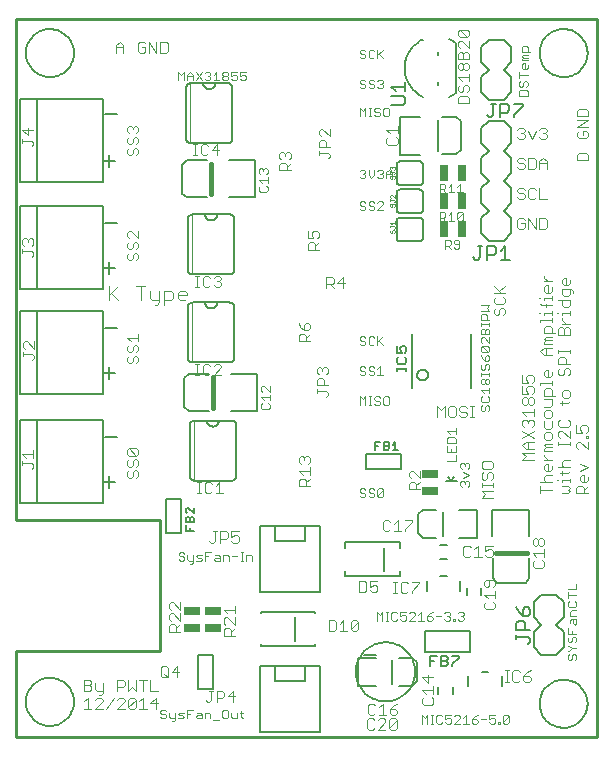
<source format=gto>
G75*
%MOIN*%
%OFA0B0*%
%FSLAX24Y24*%
%IPPOS*%
%LPD*%
%AMOC8*
5,1,8,0,0,1.08239X$1,22.5*
%
%ADD10C,0.0030*%
%ADD11C,0.0050*%
%ADD12C,0.0040*%
%ADD13C,0.0100*%
%ADD14C,0.0060*%
%ADD15C,0.0020*%
%ADD16C,0.0080*%
%ADD17C,0.0070*%
%ADD18R,0.0551X0.0256*%
%ADD19C,0.0157*%
%ADD20R,0.0256X0.0551*%
%ADD21C,0.0010*%
D10*
X004258Y001925D02*
X004504Y001925D01*
X004626Y001925D02*
X004873Y002172D01*
X004873Y002234D01*
X004811Y002295D01*
X004688Y002295D01*
X004626Y002234D01*
X004749Y002402D02*
X004811Y002402D01*
X004873Y002463D01*
X004873Y002772D01*
X004873Y002525D02*
X004688Y002525D01*
X004626Y002587D01*
X004626Y002772D01*
X004504Y002772D02*
X004443Y002710D01*
X004258Y002710D01*
X004443Y002710D02*
X004504Y002648D01*
X004504Y002587D01*
X004443Y002525D01*
X004258Y002525D01*
X004258Y002895D01*
X004443Y002895D01*
X004504Y002834D01*
X004504Y002772D01*
X004381Y002295D02*
X004381Y001925D01*
X004626Y001925D02*
X004873Y001925D01*
X004994Y001925D02*
X005241Y002295D01*
X005362Y002234D02*
X005424Y002295D01*
X005548Y002295D01*
X005609Y002234D01*
X005609Y002172D01*
X005362Y001925D01*
X005609Y001925D01*
X005731Y001987D02*
X005731Y002234D01*
X005792Y002295D01*
X005916Y002295D01*
X005978Y002234D01*
X005731Y001987D01*
X005792Y001925D01*
X005916Y001925D01*
X005978Y001987D01*
X005978Y002234D01*
X006099Y002172D02*
X006223Y002295D01*
X006223Y001925D01*
X006346Y001925D02*
X006099Y001925D01*
X006467Y002110D02*
X006714Y002110D01*
X006653Y001925D02*
X006653Y002295D01*
X006467Y002110D01*
X006467Y002525D02*
X006714Y002525D01*
X006467Y002525D02*
X006467Y002895D01*
X006346Y002895D02*
X006099Y002895D01*
X005978Y002895D02*
X005978Y002525D01*
X005854Y002648D01*
X005731Y002525D01*
X005731Y002895D01*
X005609Y002834D02*
X005609Y002710D01*
X005548Y002648D01*
X005362Y002648D01*
X005362Y002525D02*
X005362Y002895D01*
X005548Y002895D01*
X005609Y002834D01*
X006223Y002895D02*
X006223Y002525D01*
X006808Y003037D02*
X006870Y002975D01*
X006994Y002975D01*
X007055Y003037D01*
X007055Y003284D01*
X006994Y003345D01*
X006870Y003345D01*
X006808Y003284D01*
X006808Y003037D01*
X006932Y003098D02*
X007055Y002975D01*
X007177Y003160D02*
X007424Y003160D01*
X007362Y002975D02*
X007362Y003345D01*
X007177Y003160D01*
X006948Y001902D02*
X006851Y001902D01*
X006803Y001853D01*
X006803Y001805D01*
X006851Y001757D01*
X006948Y001757D01*
X006996Y001708D01*
X006996Y001660D01*
X006948Y001611D01*
X006851Y001611D01*
X006803Y001660D01*
X006996Y001853D02*
X006948Y001902D01*
X007098Y001805D02*
X007098Y001660D01*
X007146Y001611D01*
X007291Y001611D01*
X007291Y001563D02*
X007243Y001515D01*
X007194Y001515D01*
X007291Y001563D02*
X007291Y001805D01*
X007392Y001757D02*
X007441Y001805D01*
X007586Y001805D01*
X007537Y001708D02*
X007441Y001708D01*
X007392Y001757D01*
X007392Y001611D02*
X007537Y001611D01*
X007586Y001660D01*
X007537Y001708D01*
X007687Y001757D02*
X007784Y001757D01*
X007880Y001902D02*
X007687Y001902D01*
X007687Y001611D01*
X007982Y001660D02*
X008030Y001708D01*
X008175Y001708D01*
X008175Y001757D02*
X008175Y001611D01*
X008030Y001611D01*
X007982Y001660D01*
X008030Y001805D02*
X008127Y001805D01*
X008175Y001757D01*
X008276Y001805D02*
X008421Y001805D01*
X008470Y001757D01*
X008470Y001611D01*
X008571Y001563D02*
X008764Y001563D01*
X008866Y001660D02*
X008914Y001611D01*
X009011Y001611D01*
X009059Y001660D01*
X009059Y001853D01*
X009011Y001902D01*
X008914Y001902D01*
X008866Y001853D01*
X008866Y001660D01*
X009160Y001660D02*
X009209Y001611D01*
X009354Y001611D01*
X009354Y001805D01*
X009455Y001805D02*
X009552Y001805D01*
X009503Y001853D02*
X009503Y001660D01*
X009552Y001611D01*
X009160Y001660D02*
X009160Y001805D01*
X009230Y002156D02*
X009230Y002527D01*
X009045Y002342D01*
X009292Y002342D01*
X008924Y002342D02*
X008862Y002280D01*
X008677Y002280D01*
X008677Y002156D02*
X008677Y002527D01*
X008862Y002527D01*
X008924Y002465D01*
X008924Y002342D01*
X008556Y002527D02*
X008432Y002527D01*
X008494Y002527D02*
X008494Y002218D01*
X008432Y002156D01*
X008370Y002156D01*
X008309Y002218D01*
X008276Y001805D02*
X008276Y001611D01*
X008907Y004370D02*
X008907Y004555D01*
X008969Y004617D01*
X009092Y004617D01*
X009154Y004555D01*
X009154Y004370D01*
X009154Y004493D02*
X009278Y004617D01*
X009278Y004738D02*
X009031Y004985D01*
X008969Y004985D01*
X008907Y004924D01*
X008907Y004800D01*
X008969Y004738D01*
X009278Y004738D02*
X009278Y004985D01*
X009278Y005107D02*
X009278Y005354D01*
X009278Y005230D02*
X008907Y005230D01*
X009031Y005107D01*
X008907Y004370D02*
X009278Y004370D01*
X007453Y004500D02*
X007082Y004500D01*
X007082Y004685D01*
X007144Y004747D01*
X007267Y004747D01*
X007329Y004685D01*
X007329Y004500D01*
X007329Y004623D02*
X007453Y004747D01*
X007453Y004868D02*
X007206Y005115D01*
X007144Y005115D01*
X007082Y005053D01*
X007082Y004930D01*
X007144Y004868D01*
X007453Y004868D02*
X007453Y005115D01*
X007453Y005237D02*
X007206Y005484D01*
X007144Y005484D01*
X007082Y005422D01*
X007082Y005298D01*
X007144Y005237D01*
X007453Y005237D02*
X007453Y005484D01*
X007802Y006765D02*
X007850Y006765D01*
X007898Y006813D01*
X007898Y007055D01*
X007999Y007007D02*
X008048Y006958D01*
X008145Y006958D01*
X008193Y006910D01*
X008145Y006861D01*
X007999Y006861D01*
X007898Y006861D02*
X007753Y006861D01*
X007705Y006910D01*
X007705Y007055D01*
X007604Y007103D02*
X007555Y007152D01*
X007459Y007152D01*
X007410Y007103D01*
X007410Y007055D01*
X007459Y007007D01*
X007555Y007007D01*
X007604Y006958D01*
X007604Y006910D01*
X007555Y006861D01*
X007459Y006861D01*
X007410Y006910D01*
X007999Y007007D02*
X008048Y007055D01*
X008193Y007055D01*
X008294Y007007D02*
X008391Y007007D01*
X008294Y007152D02*
X008488Y007152D01*
X008637Y007055D02*
X008734Y007055D01*
X008782Y007007D01*
X008782Y006861D01*
X008637Y006861D01*
X008589Y006910D01*
X008637Y006958D01*
X008782Y006958D01*
X008883Y006861D02*
X008883Y007055D01*
X009029Y007055D01*
X009077Y007007D01*
X009077Y006861D01*
X009178Y007007D02*
X009372Y007007D01*
X009473Y007152D02*
X009569Y007152D01*
X009521Y007152D02*
X009521Y006861D01*
X009473Y006861D02*
X009569Y006861D01*
X009669Y006861D02*
X009669Y007055D01*
X009814Y007055D01*
X009863Y007007D01*
X009863Y006861D01*
X009355Y007469D02*
X009232Y007469D01*
X009170Y007531D01*
X009170Y007654D02*
X009294Y007716D01*
X009355Y007716D01*
X009417Y007654D01*
X009417Y007531D01*
X009355Y007469D01*
X009170Y007654D02*
X009170Y007839D01*
X009417Y007839D01*
X009049Y007777D02*
X009049Y007654D01*
X008987Y007592D01*
X008802Y007592D01*
X008802Y007469D02*
X008802Y007839D01*
X008987Y007839D01*
X009049Y007777D01*
X008681Y007839D02*
X008557Y007839D01*
X008619Y007839D02*
X008619Y007531D01*
X008557Y007469D01*
X008495Y007469D01*
X008434Y007531D01*
X008294Y007152D02*
X008294Y006861D01*
X006003Y009633D02*
X006065Y009694D01*
X006065Y009818D01*
X006003Y009879D01*
X005942Y009879D01*
X005880Y009818D01*
X005880Y009694D01*
X005818Y009633D01*
X005756Y009633D01*
X005695Y009694D01*
X005695Y009818D01*
X005756Y009879D01*
X005756Y010001D02*
X005818Y010001D01*
X005880Y010063D01*
X005880Y010186D01*
X005942Y010248D01*
X006003Y010248D01*
X006065Y010186D01*
X006065Y010063D01*
X006003Y010001D01*
X005756Y010001D02*
X005695Y010063D01*
X005695Y010186D01*
X005756Y010248D01*
X005756Y010369D02*
X005695Y010431D01*
X005695Y010554D01*
X005756Y010616D01*
X006003Y010369D01*
X006065Y010431D01*
X006065Y010554D01*
X006003Y010616D01*
X005756Y010616D01*
X005756Y010369D02*
X006003Y010369D01*
X006003Y013445D02*
X006065Y013507D01*
X006065Y013630D01*
X006003Y013692D01*
X005942Y013692D01*
X005880Y013630D01*
X005880Y013507D01*
X005818Y013445D01*
X005756Y013445D01*
X005695Y013507D01*
X005695Y013630D01*
X005756Y013692D01*
X005756Y013813D02*
X005695Y013875D01*
X005695Y013999D01*
X005756Y014060D01*
X005818Y014182D02*
X005695Y014305D01*
X006065Y014305D01*
X006065Y014182D02*
X006065Y014429D01*
X006003Y014060D02*
X005942Y014060D01*
X005880Y013999D01*
X005880Y013875D01*
X005818Y013813D01*
X005756Y013813D01*
X006003Y013813D02*
X006065Y013875D01*
X006065Y013999D01*
X006003Y014060D01*
X006003Y016883D02*
X006065Y016944D01*
X006065Y017068D01*
X006003Y017129D01*
X005942Y017129D01*
X005880Y017068D01*
X005880Y016944D01*
X005818Y016883D01*
X005756Y016883D01*
X005695Y016944D01*
X005695Y017068D01*
X005756Y017129D01*
X005756Y017251D02*
X005818Y017251D01*
X005880Y017313D01*
X005880Y017436D01*
X005942Y017498D01*
X006003Y017498D01*
X006065Y017436D01*
X006065Y017313D01*
X006003Y017251D01*
X005756Y017251D02*
X005695Y017313D01*
X005695Y017436D01*
X005756Y017498D01*
X005756Y017619D02*
X005695Y017681D01*
X005695Y017804D01*
X005756Y017866D01*
X005818Y017866D01*
X006065Y017619D01*
X006065Y017866D01*
X006003Y020383D02*
X006065Y020444D01*
X006065Y020568D01*
X006003Y020629D01*
X005942Y020629D01*
X005880Y020568D01*
X005880Y020444D01*
X005818Y020383D01*
X005756Y020383D01*
X005695Y020444D01*
X005695Y020568D01*
X005756Y020629D01*
X005756Y020751D02*
X005818Y020751D01*
X005880Y020813D01*
X005880Y020936D01*
X005942Y020998D01*
X006003Y020998D01*
X006065Y020936D01*
X006065Y020813D01*
X006003Y020751D01*
X005756Y020751D02*
X005695Y020813D01*
X005695Y020936D01*
X005756Y020998D01*
X005756Y021119D02*
X005695Y021181D01*
X005695Y021304D01*
X005756Y021366D01*
X005818Y021366D01*
X005880Y021304D01*
X005942Y021366D01*
X006003Y021366D01*
X006065Y021304D01*
X006065Y021181D01*
X006003Y021119D01*
X005880Y021243D02*
X005880Y021304D01*
X007395Y022875D02*
X007395Y023165D01*
X007492Y023068D01*
X007588Y023165D01*
X007588Y022875D01*
X007690Y022875D02*
X007690Y023068D01*
X007786Y023165D01*
X007883Y023068D01*
X007883Y022875D01*
X007984Y022875D02*
X008178Y023165D01*
X008279Y023117D02*
X008327Y023165D01*
X008424Y023165D01*
X008472Y023117D01*
X008472Y023068D01*
X008424Y023020D01*
X008472Y022972D01*
X008472Y022923D01*
X008424Y022875D01*
X008327Y022875D01*
X008279Y022923D01*
X008178Y022875D02*
X007984Y023165D01*
X007883Y023020D02*
X007690Y023020D01*
X008376Y023020D02*
X008424Y023020D01*
X008574Y023068D02*
X008670Y023165D01*
X008670Y022875D01*
X008574Y022875D02*
X008767Y022875D01*
X008868Y022923D02*
X008868Y022972D01*
X008917Y023020D01*
X009013Y023020D01*
X009062Y022972D01*
X009062Y022923D01*
X009013Y022875D01*
X008917Y022875D01*
X008868Y022923D01*
X008917Y023020D02*
X008868Y023068D01*
X008868Y023117D01*
X008917Y023165D01*
X009013Y023165D01*
X009062Y023117D01*
X009062Y023068D01*
X009013Y023020D01*
X009163Y023020D02*
X009260Y023068D01*
X009308Y023068D01*
X009356Y023020D01*
X009356Y022923D01*
X009308Y022875D01*
X009211Y022875D01*
X009163Y022923D01*
X009163Y023020D02*
X009163Y023165D01*
X009356Y023165D01*
X009458Y023165D02*
X009458Y023020D01*
X009554Y023068D01*
X009603Y023068D01*
X009651Y023020D01*
X009651Y022923D01*
X009603Y022875D01*
X009506Y022875D01*
X009458Y022923D01*
X009458Y023165D02*
X009651Y023165D01*
X007040Y023862D02*
X007040Y024109D01*
X006978Y024170D01*
X006793Y024170D01*
X006793Y023800D01*
X006978Y023800D01*
X007040Y023862D01*
X006672Y023800D02*
X006672Y024170D01*
X006425Y024170D02*
X006672Y023800D01*
X006425Y023800D02*
X006425Y024170D01*
X006304Y024109D02*
X006242Y024170D01*
X006118Y024170D01*
X006057Y024109D01*
X006057Y023862D01*
X006118Y023800D01*
X006242Y023800D01*
X006304Y023862D01*
X006304Y023985D01*
X006180Y023985D01*
X005567Y023985D02*
X005320Y023985D01*
X005320Y024047D02*
X005443Y024170D01*
X005567Y024047D01*
X005567Y023800D01*
X005320Y023800D02*
X005320Y024047D01*
X002571Y021235D02*
X002201Y021235D01*
X002386Y021050D01*
X002386Y021297D01*
X002201Y020928D02*
X002201Y020805D01*
X002201Y020867D02*
X002509Y020867D01*
X002571Y020805D01*
X002571Y020743D01*
X002509Y020681D01*
X002448Y017609D02*
X002509Y017609D01*
X002571Y017547D01*
X002571Y017424D01*
X002509Y017362D01*
X002386Y017486D02*
X002386Y017547D01*
X002448Y017609D01*
X002386Y017547D02*
X002324Y017609D01*
X002262Y017609D01*
X002201Y017547D01*
X002201Y017424D01*
X002262Y017362D01*
X002201Y017241D02*
X002201Y017117D01*
X002201Y017179D02*
X002509Y017179D01*
X002571Y017117D01*
X002571Y017056D01*
X002509Y016994D01*
X002595Y014180D02*
X002595Y013933D01*
X002348Y014180D01*
X002287Y014180D01*
X002225Y014118D01*
X002225Y013995D01*
X002287Y013933D01*
X002225Y013812D02*
X002225Y013688D01*
X002225Y013750D02*
X002534Y013750D01*
X002595Y013688D01*
X002595Y013627D01*
X002534Y013565D01*
X002571Y010547D02*
X002571Y010300D01*
X002571Y010423D02*
X002201Y010423D01*
X002324Y010300D01*
X002201Y010178D02*
X002201Y010055D01*
X002201Y010117D02*
X002509Y010117D01*
X002571Y010055D01*
X002571Y009993D01*
X002509Y009931D01*
X004381Y002295D02*
X004258Y002172D01*
X011420Y009358D02*
X011420Y009543D01*
X011481Y009604D01*
X011605Y009604D01*
X011667Y009543D01*
X011667Y009358D01*
X011667Y009481D02*
X011790Y009604D01*
X011790Y009726D02*
X011790Y009973D01*
X011790Y009849D02*
X011420Y009849D01*
X011543Y009726D01*
X011481Y010094D02*
X011420Y010156D01*
X011420Y010279D01*
X011481Y010341D01*
X011543Y010341D01*
X011605Y010279D01*
X011667Y010341D01*
X011728Y010341D01*
X011790Y010279D01*
X011790Y010156D01*
X011728Y010094D01*
X011605Y010218D02*
X011605Y010279D01*
X011790Y009358D02*
X011420Y009358D01*
X013445Y009229D02*
X013445Y009181D01*
X013493Y009133D01*
X013590Y009133D01*
X013638Y009084D01*
X013638Y009036D01*
X013590Y008988D01*
X013493Y008988D01*
X013445Y009036D01*
X013445Y009229D02*
X013493Y009278D01*
X013590Y009278D01*
X013638Y009229D01*
X013740Y009229D02*
X013740Y009181D01*
X013788Y009133D01*
X013885Y009133D01*
X013933Y009084D01*
X013933Y009036D01*
X013885Y008988D01*
X013788Y008988D01*
X013740Y009036D01*
X013740Y009229D02*
X013788Y009278D01*
X013885Y009278D01*
X013933Y009229D01*
X014034Y009229D02*
X014083Y009278D01*
X014179Y009278D01*
X014228Y009229D01*
X014034Y009036D01*
X014083Y008988D01*
X014179Y008988D01*
X014228Y009036D01*
X014228Y009229D01*
X014034Y009229D02*
X014034Y009036D01*
X014277Y008227D02*
X014215Y008165D01*
X014215Y007918D01*
X014277Y007856D01*
X014400Y007856D01*
X014462Y007918D01*
X014583Y007856D02*
X014830Y007856D01*
X014952Y007856D02*
X014952Y007918D01*
X015199Y008165D01*
X015199Y008227D01*
X014952Y008227D01*
X014707Y008227D02*
X014707Y007856D01*
X014583Y008103D02*
X014707Y008227D01*
X014462Y008165D02*
X014400Y008227D01*
X014277Y008227D01*
X015082Y009250D02*
X015082Y009435D01*
X015144Y009497D01*
X015267Y009497D01*
X015329Y009435D01*
X015329Y009250D01*
X015329Y009373D02*
X015453Y009497D01*
X015453Y009618D02*
X015206Y009865D01*
X015144Y009865D01*
X015082Y009803D01*
X015082Y009680D01*
X015144Y009618D01*
X015453Y009618D02*
X015453Y009865D01*
X015453Y009250D02*
X015082Y009250D01*
X016350Y010200D02*
X016640Y010200D01*
X016640Y010393D01*
X016640Y010495D02*
X016640Y010688D01*
X016640Y010789D02*
X016640Y010934D01*
X016592Y010983D01*
X016398Y010983D01*
X016350Y010934D01*
X016350Y010789D01*
X016640Y010789D01*
X016495Y010591D02*
X016495Y010495D01*
X016350Y010495D02*
X016640Y010495D01*
X016350Y010495D02*
X016350Y010688D01*
X016447Y011084D02*
X016350Y011181D01*
X016640Y011181D01*
X016640Y011277D02*
X016640Y011084D01*
X016585Y011650D02*
X016647Y011712D01*
X016647Y011959D01*
X016585Y012020D01*
X016462Y012020D01*
X016400Y011959D01*
X016400Y011712D01*
X016462Y011650D01*
X016585Y011650D01*
X016769Y011712D02*
X016830Y011650D01*
X016954Y011650D01*
X017016Y011712D01*
X017016Y011773D01*
X016954Y011835D01*
X016830Y011835D01*
X016769Y011897D01*
X016769Y011959D01*
X016830Y012020D01*
X016954Y012020D01*
X017016Y011959D01*
X017137Y012020D02*
X017260Y012020D01*
X017199Y012020D02*
X017199Y011650D01*
X017260Y011650D02*
X017137Y011650D01*
X017480Y011903D02*
X017480Y012000D01*
X017528Y012048D01*
X017528Y012150D02*
X017722Y012150D01*
X017770Y012198D01*
X017770Y012295D01*
X017722Y012343D01*
X017770Y012444D02*
X017770Y012638D01*
X017770Y012541D02*
X017480Y012541D01*
X017577Y012444D01*
X017528Y012343D02*
X017480Y012295D01*
X017480Y012198D01*
X017528Y012150D01*
X017673Y012048D02*
X017625Y012000D01*
X017625Y011903D01*
X017577Y011855D01*
X017528Y011855D01*
X017480Y011903D01*
X017673Y012048D02*
X017722Y012048D01*
X017770Y012000D01*
X017770Y011903D01*
X017722Y011855D01*
X017722Y012739D02*
X017673Y012739D01*
X017625Y012787D01*
X017625Y012884D01*
X017673Y012932D01*
X017722Y012932D01*
X017770Y012884D01*
X017770Y012787D01*
X017722Y012739D01*
X017625Y012787D02*
X017577Y012739D01*
X017528Y012739D01*
X017480Y012787D01*
X017480Y012884D01*
X017528Y012932D01*
X017577Y012932D01*
X017625Y012884D01*
X017770Y013034D02*
X017770Y013130D01*
X017770Y013082D02*
X017480Y013082D01*
X017480Y013034D02*
X017480Y013130D01*
X017528Y013230D02*
X017577Y013230D01*
X017625Y013278D01*
X017625Y013375D01*
X017673Y013424D01*
X017722Y013424D01*
X017770Y013375D01*
X017770Y013278D01*
X017722Y013230D01*
X017528Y013230D02*
X017480Y013278D01*
X017480Y013375D01*
X017528Y013424D01*
X017625Y013525D02*
X017625Y013670D01*
X017673Y013718D01*
X017722Y013718D01*
X017770Y013670D01*
X017770Y013573D01*
X017722Y013525D01*
X017625Y013525D01*
X017528Y013621D01*
X017480Y013718D01*
X017528Y013819D02*
X017480Y013868D01*
X017480Y013964D01*
X017528Y014013D01*
X017722Y013819D01*
X017770Y013868D01*
X017770Y013964D01*
X017722Y014013D01*
X017528Y014013D01*
X017528Y014114D02*
X017480Y014162D01*
X017480Y014259D01*
X017528Y014307D01*
X017577Y014307D01*
X017770Y014114D01*
X017770Y014307D01*
X017770Y014409D02*
X017770Y014554D01*
X017722Y014602D01*
X017673Y014602D01*
X017625Y014554D01*
X017625Y014409D01*
X017625Y014554D02*
X017577Y014602D01*
X017528Y014602D01*
X017480Y014554D01*
X017480Y014409D01*
X017770Y014409D01*
X017770Y014703D02*
X017770Y014800D01*
X017770Y014752D02*
X017480Y014752D01*
X017480Y014800D02*
X017480Y014703D01*
X017480Y014900D02*
X017480Y015045D01*
X017528Y015093D01*
X017625Y015093D01*
X017673Y015045D01*
X017673Y014900D01*
X017770Y014900D02*
X017480Y014900D01*
X017480Y015194D02*
X017770Y015194D01*
X017673Y015291D01*
X017770Y015388D01*
X017480Y015388D01*
X017920Y015480D02*
X017981Y015418D01*
X018228Y015418D01*
X018290Y015480D01*
X018290Y015603D01*
X018228Y015665D01*
X018167Y015787D02*
X017920Y016034D01*
X017920Y015787D02*
X018290Y015787D01*
X018105Y015848D02*
X018290Y016034D01*
X017981Y015665D02*
X017920Y015603D01*
X017920Y015480D01*
X017981Y015297D02*
X017920Y015235D01*
X017920Y015112D01*
X017981Y015050D01*
X018043Y015050D01*
X018105Y015112D01*
X018105Y015235D01*
X018167Y015297D01*
X018228Y015297D01*
X018290Y015235D01*
X018290Y015112D01*
X018228Y015050D01*
X019408Y015129D02*
X019470Y015129D01*
X019593Y015129D02*
X019840Y015129D01*
X019840Y015190D02*
X019840Y015067D01*
X019840Y014945D02*
X019840Y014821D01*
X019840Y014883D02*
X019470Y014883D01*
X019470Y014821D01*
X019593Y014638D02*
X019655Y014700D01*
X019778Y014700D01*
X019840Y014638D01*
X019840Y014453D01*
X019840Y014332D02*
X019655Y014332D01*
X019593Y014270D01*
X019655Y014208D01*
X019840Y014208D01*
X019840Y014085D02*
X019593Y014085D01*
X019593Y014146D01*
X019655Y014208D01*
X019655Y013963D02*
X019655Y013716D01*
X019593Y013716D02*
X019840Y013716D01*
X020070Y013778D02*
X020070Y013901D01*
X020070Y013840D02*
X020440Y013840D01*
X020440Y013901D02*
X020440Y013778D01*
X020317Y013595D02*
X020317Y013410D01*
X020317Y013288D02*
X020378Y013288D01*
X020440Y013226D01*
X020440Y013103D01*
X020378Y013041D01*
X020255Y013103D02*
X020255Y013226D01*
X020317Y013288D01*
X020440Y013410D02*
X020070Y013410D01*
X020070Y013595D01*
X020131Y013656D01*
X020255Y013656D01*
X020317Y013595D01*
X020131Y013288D02*
X020070Y013226D01*
X020070Y013103D01*
X020131Y013041D01*
X020193Y013041D01*
X020255Y013103D01*
X019840Y013042D02*
X019778Y012980D01*
X019655Y012980D01*
X019593Y013042D01*
X019593Y013165D01*
X019655Y013227D01*
X019717Y013227D01*
X019717Y012980D01*
X019840Y013042D02*
X019840Y013165D01*
X019840Y012858D02*
X019840Y012734D01*
X019840Y012796D02*
X019470Y012796D01*
X019470Y012734D01*
X019593Y012551D02*
X019655Y012613D01*
X019778Y012613D01*
X019840Y012551D01*
X019840Y012366D01*
X019840Y012245D02*
X019593Y012245D01*
X019593Y012366D02*
X019593Y012551D01*
X019593Y012366D02*
X019963Y012366D01*
X019840Y012245D02*
X019840Y012059D01*
X019778Y011998D01*
X019593Y011998D01*
X019655Y011876D02*
X019593Y011814D01*
X019593Y011691D01*
X019655Y011629D01*
X019778Y011629D01*
X019840Y011691D01*
X019840Y011814D01*
X019778Y011876D01*
X019655Y011876D01*
X019593Y011508D02*
X019593Y011323D01*
X019655Y011261D01*
X019778Y011261D01*
X019840Y011323D01*
X019840Y011508D01*
X020070Y011508D02*
X020070Y011384D01*
X020131Y011322D01*
X020378Y011322D01*
X020440Y011384D01*
X020440Y011508D01*
X020378Y011569D01*
X020131Y011569D02*
X020070Y011508D01*
X020131Y011201D02*
X020070Y011139D01*
X020070Y011016D01*
X020131Y010954D01*
X020070Y010832D02*
X020070Y010709D01*
X020070Y010770D02*
X020440Y010770D01*
X020440Y010709D02*
X020440Y010832D01*
X020440Y010954D02*
X020193Y011201D01*
X020131Y011201D01*
X020440Y011201D02*
X020440Y010954D01*
X020670Y010771D02*
X020670Y010647D01*
X020731Y010586D01*
X020670Y010771D02*
X020731Y010833D01*
X020793Y010833D01*
X021040Y010586D01*
X021040Y010833D01*
X021040Y010954D02*
X021040Y011016D01*
X020978Y011016D01*
X020978Y010954D01*
X021040Y010954D01*
X020978Y011138D02*
X021040Y011200D01*
X021040Y011323D01*
X020978Y011385D01*
X020855Y011385D01*
X020793Y011323D01*
X020793Y011262D01*
X020855Y011138D01*
X020670Y011138D01*
X020670Y011385D01*
X020378Y012121D02*
X020131Y012121D01*
X020193Y012182D02*
X020193Y012059D01*
X020378Y012121D02*
X020440Y012182D01*
X020378Y012305D02*
X020255Y012305D01*
X020193Y012366D01*
X020193Y012490D01*
X020255Y012551D01*
X020378Y012551D01*
X020440Y012490D01*
X020440Y012366D01*
X020378Y012305D01*
X019240Y012244D02*
X019240Y012121D01*
X019178Y012059D01*
X019117Y012059D01*
X019055Y012121D01*
X019055Y012244D01*
X019117Y012306D01*
X019178Y012306D01*
X019240Y012244D01*
X019055Y012244D02*
X018993Y012306D01*
X018931Y012306D01*
X018870Y012244D01*
X018870Y012121D01*
X018931Y012059D01*
X018993Y012059D01*
X019055Y012121D01*
X019240Y011938D02*
X019240Y011691D01*
X019240Y011814D02*
X018870Y011814D01*
X018993Y011691D01*
X018993Y011569D02*
X019055Y011508D01*
X019117Y011569D01*
X019178Y011569D01*
X019240Y011508D01*
X019240Y011384D01*
X019178Y011322D01*
X019240Y011201D02*
X018870Y010954D01*
X018993Y010833D02*
X018870Y010709D01*
X018993Y010586D01*
X019240Y010586D01*
X019240Y010464D02*
X018870Y010464D01*
X018993Y010341D01*
X018870Y010217D01*
X019240Y010217D01*
X019593Y010217D02*
X019840Y010217D01*
X019717Y010217D02*
X019593Y010341D01*
X019593Y010403D01*
X019593Y010524D02*
X019593Y010586D01*
X019655Y010648D01*
X019593Y010710D01*
X019655Y010771D01*
X019840Y010771D01*
X019840Y010648D02*
X019655Y010648D01*
X019593Y010524D02*
X019840Y010524D01*
X019778Y010893D02*
X019840Y010954D01*
X019840Y011078D01*
X019778Y011140D01*
X019655Y011140D01*
X019593Y011078D01*
X019593Y010954D01*
X019655Y010893D01*
X019778Y010893D01*
X019240Y010833D02*
X018993Y010833D01*
X019055Y010833D02*
X019055Y010586D01*
X019240Y010954D02*
X018870Y011201D01*
X018931Y011322D02*
X018870Y011384D01*
X018870Y011508D01*
X018931Y011569D01*
X018993Y011569D01*
X019055Y011508D02*
X019055Y011446D01*
X019055Y012427D02*
X018870Y012427D01*
X018870Y012674D01*
X018870Y012796D02*
X019055Y012796D01*
X018993Y012919D01*
X018993Y012981D01*
X019055Y013043D01*
X019178Y013043D01*
X019240Y012981D01*
X019240Y012857D01*
X019178Y012796D01*
X019178Y012674D02*
X019055Y012674D01*
X018993Y012612D01*
X018993Y012551D01*
X019055Y012427D01*
X019178Y012427D02*
X019240Y012489D01*
X019240Y012612D01*
X019178Y012674D01*
X018870Y012796D02*
X018870Y013043D01*
X019593Y013716D02*
X019470Y013840D01*
X019593Y013963D01*
X019840Y013963D01*
X020070Y014392D02*
X020070Y014577D01*
X020131Y014639D01*
X020193Y014639D01*
X020255Y014577D01*
X020255Y014392D01*
X020255Y014577D02*
X020317Y014639D01*
X020378Y014639D01*
X020440Y014577D01*
X020440Y014392D01*
X020070Y014392D01*
X019963Y014453D02*
X019593Y014453D01*
X019593Y014638D01*
X019593Y015067D02*
X019593Y015129D01*
X019655Y015312D02*
X019655Y015436D01*
X019593Y015558D02*
X019593Y015620D01*
X019840Y015620D01*
X019840Y015681D02*
X019840Y015558D01*
X019840Y015374D02*
X019531Y015374D01*
X019470Y015436D01*
X019470Y015620D02*
X019408Y015620D01*
X019593Y015865D02*
X019593Y015989D01*
X019655Y016050D01*
X019717Y016050D01*
X019717Y015804D01*
X019778Y015804D02*
X019655Y015804D01*
X019593Y015865D01*
X019778Y015804D02*
X019840Y015865D01*
X019840Y015989D01*
X019840Y016172D02*
X019593Y016172D01*
X019593Y016295D02*
X019593Y016357D01*
X019593Y016295D02*
X019717Y016172D01*
X020193Y016111D02*
X020255Y016049D01*
X020378Y016049D01*
X020440Y016111D01*
X020440Y016234D01*
X020317Y016296D02*
X020317Y016049D01*
X020193Y016111D02*
X020193Y016234D01*
X020255Y016296D01*
X020317Y016296D01*
X020440Y015928D02*
X020440Y015742D01*
X020378Y015681D01*
X020255Y015681D01*
X020193Y015742D01*
X020193Y015928D01*
X020502Y015928D01*
X020563Y015866D01*
X020563Y015804D01*
X020440Y015559D02*
X020440Y015374D01*
X020378Y015312D01*
X020255Y015312D01*
X020193Y015374D01*
X020193Y015559D01*
X020070Y015559D02*
X020440Y015559D01*
X020440Y015190D02*
X020440Y015067D01*
X020440Y015129D02*
X020193Y015129D01*
X020193Y015067D01*
X020193Y014945D02*
X020193Y014883D01*
X020317Y014760D01*
X020440Y014760D02*
X020193Y014760D01*
X020070Y015129D02*
X020008Y015129D01*
X017722Y013819D02*
X017528Y013819D01*
X016279Y012020D02*
X016279Y011650D01*
X016032Y011650D02*
X016032Y012020D01*
X016155Y011897D01*
X016279Y012020D01*
X014424Y012098D02*
X014424Y012292D01*
X014376Y012340D01*
X014279Y012340D01*
X014231Y012292D01*
X014231Y012098D01*
X014279Y012050D01*
X014376Y012050D01*
X014424Y012098D01*
X014130Y012098D02*
X014081Y012050D01*
X013984Y012050D01*
X013936Y012098D01*
X013984Y012195D02*
X014081Y012195D01*
X014130Y012147D01*
X014130Y012098D01*
X013984Y012195D02*
X013936Y012243D01*
X013936Y012292D01*
X013984Y012340D01*
X014081Y012340D01*
X014130Y012292D01*
X013836Y012340D02*
X013740Y012340D01*
X013788Y012340D02*
X013788Y012050D01*
X013740Y012050D02*
X013836Y012050D01*
X013638Y012050D02*
X013638Y012340D01*
X013542Y012243D01*
X013445Y012340D01*
X013445Y012050D01*
X013493Y013050D02*
X013445Y013098D01*
X013493Y013050D02*
X013590Y013050D01*
X013638Y013098D01*
X013638Y013147D01*
X013590Y013195D01*
X013493Y013195D01*
X013445Y013243D01*
X013445Y013292D01*
X013493Y013340D01*
X013590Y013340D01*
X013638Y013292D01*
X013740Y013292D02*
X013740Y013243D01*
X013788Y013195D01*
X013885Y013195D01*
X013933Y013147D01*
X013933Y013098D01*
X013885Y013050D01*
X013788Y013050D01*
X013740Y013098D01*
X013740Y013292D02*
X013788Y013340D01*
X013885Y013340D01*
X013933Y013292D01*
X014034Y013243D02*
X014131Y013340D01*
X014131Y013050D01*
X014034Y013050D02*
X014228Y013050D01*
X014228Y014050D02*
X014083Y014195D01*
X014034Y014147D02*
X014228Y014340D01*
X014034Y014340D02*
X014034Y014050D01*
X013933Y014098D02*
X013885Y014050D01*
X013788Y014050D01*
X013740Y014098D01*
X013740Y014292D01*
X013788Y014340D01*
X013885Y014340D01*
X013933Y014292D01*
X013638Y014292D02*
X013590Y014340D01*
X013493Y014340D01*
X013445Y014292D01*
X013445Y014243D01*
X013493Y014195D01*
X013590Y014195D01*
X013638Y014147D01*
X013638Y014098D01*
X013590Y014050D01*
X013493Y014050D01*
X013445Y014098D01*
X011778Y014176D02*
X011407Y014176D01*
X011407Y014361D01*
X011469Y014423D01*
X011592Y014423D01*
X011654Y014361D01*
X011654Y014176D01*
X011654Y014299D02*
X011778Y014423D01*
X011716Y014544D02*
X011592Y014544D01*
X011592Y014729D01*
X011654Y014791D01*
X011716Y014791D01*
X011778Y014729D01*
X011778Y014606D01*
X011716Y014544D01*
X011592Y014544D02*
X011469Y014668D01*
X011407Y014791D01*
X012333Y015950D02*
X012333Y016320D01*
X012518Y016320D01*
X012579Y016259D01*
X012579Y016135D01*
X012518Y016073D01*
X012333Y016073D01*
X012456Y016073D02*
X012579Y015950D01*
X012701Y016135D02*
X012948Y016135D01*
X012886Y015950D02*
X012886Y016320D01*
X012701Y016135D01*
X012090Y017238D02*
X011720Y017238D01*
X011720Y017424D01*
X011781Y017485D01*
X011905Y017485D01*
X011967Y017424D01*
X011967Y017238D01*
X011967Y017362D02*
X012090Y017485D01*
X012028Y017607D02*
X012090Y017668D01*
X012090Y017792D01*
X012028Y017854D01*
X011905Y017854D01*
X011843Y017792D01*
X011843Y017730D01*
X011905Y017607D01*
X011720Y017607D01*
X011720Y017854D01*
X010379Y019214D02*
X010379Y019311D01*
X010330Y019360D01*
X010379Y019461D02*
X010379Y019654D01*
X010379Y019557D02*
X010088Y019557D01*
X010185Y019461D01*
X010137Y019360D02*
X010088Y019311D01*
X010088Y019214D01*
X010137Y019166D01*
X010330Y019166D01*
X010379Y019214D01*
X010330Y019755D02*
X010379Y019804D01*
X010379Y019900D01*
X010330Y019949D01*
X010282Y019949D01*
X010234Y019900D01*
X010234Y019852D01*
X010234Y019900D02*
X010185Y019949D01*
X010137Y019949D01*
X010088Y019900D01*
X010088Y019804D01*
X010137Y019755D01*
X010770Y019875D02*
X010770Y020060D01*
X010831Y020122D01*
X010955Y020122D01*
X011017Y020060D01*
X011017Y019875D01*
X011140Y019875D02*
X010770Y019875D01*
X011017Y019998D02*
X011140Y020122D01*
X011078Y020243D02*
X011140Y020305D01*
X011140Y020428D01*
X011078Y020490D01*
X011017Y020490D01*
X010955Y020428D01*
X010955Y020367D01*
X010955Y020428D02*
X010893Y020490D01*
X010831Y020490D01*
X010770Y020428D01*
X010770Y020305D01*
X010831Y020243D01*
X013445Y019854D02*
X013493Y019903D01*
X013590Y019903D01*
X013638Y019854D01*
X013638Y019806D01*
X013590Y019758D01*
X013638Y019709D01*
X013638Y019661D01*
X013590Y019613D01*
X013493Y019613D01*
X013445Y019661D01*
X013542Y019758D02*
X013590Y019758D01*
X013740Y019709D02*
X013836Y019613D01*
X013933Y019709D01*
X013933Y019903D01*
X014034Y019854D02*
X014083Y019903D01*
X014179Y019903D01*
X014228Y019854D01*
X014228Y019806D01*
X014179Y019758D01*
X014228Y019709D01*
X014228Y019661D01*
X014179Y019613D01*
X014083Y019613D01*
X014034Y019661D01*
X014131Y019758D02*
X014179Y019758D01*
X014329Y019758D02*
X014522Y019758D01*
X014522Y019806D02*
X014522Y019613D01*
X014522Y019806D02*
X014426Y019903D01*
X014329Y019806D01*
X014329Y019613D01*
X013740Y019709D02*
X013740Y019903D01*
X014400Y020738D02*
X014647Y020738D01*
X014709Y020799D01*
X014709Y020923D01*
X014647Y020984D01*
X014709Y021106D02*
X014709Y021353D01*
X014709Y021229D02*
X014338Y021229D01*
X014462Y021106D01*
X014400Y020984D02*
X014338Y020923D01*
X014338Y020799D01*
X014400Y020738D01*
X014376Y021675D02*
X014424Y021723D01*
X014424Y021917D01*
X014376Y021965D01*
X014279Y021965D01*
X014231Y021917D01*
X014231Y021723D01*
X014279Y021675D01*
X014376Y021675D01*
X014130Y021723D02*
X014081Y021675D01*
X013984Y021675D01*
X013936Y021723D01*
X013984Y021820D02*
X014081Y021820D01*
X014130Y021772D01*
X014130Y021723D01*
X013984Y021820D02*
X013936Y021868D01*
X013936Y021917D01*
X013984Y021965D01*
X014081Y021965D01*
X014130Y021917D01*
X013836Y021965D02*
X013740Y021965D01*
X013788Y021965D02*
X013788Y021675D01*
X013740Y021675D02*
X013836Y021675D01*
X013638Y021675D02*
X013638Y021965D01*
X013542Y021868D01*
X013445Y021965D01*
X013445Y021675D01*
X013493Y022613D02*
X013445Y022661D01*
X013493Y022613D02*
X013590Y022613D01*
X013638Y022661D01*
X013638Y022709D01*
X013590Y022758D01*
X013493Y022758D01*
X013445Y022806D01*
X013445Y022854D01*
X013493Y022903D01*
X013590Y022903D01*
X013638Y022854D01*
X013740Y022854D02*
X013740Y022806D01*
X013788Y022758D01*
X013885Y022758D01*
X013933Y022709D01*
X013933Y022661D01*
X013885Y022613D01*
X013788Y022613D01*
X013740Y022661D01*
X013740Y022854D02*
X013788Y022903D01*
X013885Y022903D01*
X013933Y022854D01*
X014034Y022854D02*
X014083Y022903D01*
X014179Y022903D01*
X014228Y022854D01*
X014228Y022806D01*
X014179Y022758D01*
X014228Y022709D01*
X014228Y022661D01*
X014179Y022613D01*
X014083Y022613D01*
X014034Y022661D01*
X014131Y022758D02*
X014179Y022758D01*
X014228Y023613D02*
X014083Y023758D01*
X014034Y023709D02*
X014228Y023903D01*
X014034Y023903D02*
X014034Y023613D01*
X013933Y023661D02*
X013885Y023613D01*
X013788Y023613D01*
X013740Y023661D01*
X013740Y023854D01*
X013788Y023903D01*
X013885Y023903D01*
X013933Y023854D01*
X013638Y023854D02*
X013590Y023903D01*
X013493Y023903D01*
X013445Y023854D01*
X013445Y023806D01*
X013493Y023758D01*
X013590Y023758D01*
X013638Y023709D01*
X013638Y023661D01*
X013590Y023613D01*
X013493Y023613D01*
X013445Y023661D01*
X016111Y019433D02*
X016256Y019433D01*
X016305Y019384D01*
X016305Y019288D01*
X016256Y019239D01*
X016111Y019239D01*
X016111Y019143D02*
X016111Y019433D01*
X016208Y019239D02*
X016305Y019143D01*
X016406Y019143D02*
X016599Y019143D01*
X016502Y019143D02*
X016502Y019433D01*
X016406Y019336D01*
X016700Y019336D02*
X016797Y019433D01*
X016797Y019143D01*
X016700Y019143D02*
X016894Y019143D01*
X016845Y018495D02*
X016894Y018447D01*
X016700Y018253D01*
X016749Y018205D01*
X016845Y018205D01*
X016894Y018253D01*
X016894Y018447D01*
X016845Y018495D02*
X016749Y018495D01*
X016700Y018447D01*
X016700Y018253D01*
X016599Y018205D02*
X016406Y018205D01*
X016502Y018205D02*
X016502Y018495D01*
X016406Y018398D01*
X016305Y018350D02*
X016305Y018447D01*
X016256Y018495D01*
X016111Y018495D01*
X016111Y018205D01*
X016111Y018302D02*
X016256Y018302D01*
X016305Y018350D01*
X016208Y018302D02*
X016305Y018205D01*
X016281Y017558D02*
X016426Y017558D01*
X016474Y017509D01*
X016474Y017413D01*
X016426Y017364D01*
X016281Y017364D01*
X016377Y017364D02*
X016474Y017268D01*
X016575Y017316D02*
X016624Y017268D01*
X016720Y017268D01*
X016769Y017316D01*
X016769Y017509D01*
X016720Y017558D01*
X016624Y017558D01*
X016575Y017509D01*
X016575Y017461D01*
X016624Y017413D01*
X016769Y017413D01*
X016281Y017268D02*
X016281Y017558D01*
X014228Y018550D02*
X014034Y018550D01*
X014228Y018743D01*
X014228Y018792D01*
X014179Y018840D01*
X014083Y018840D01*
X014034Y018792D01*
X013933Y018792D02*
X013885Y018840D01*
X013788Y018840D01*
X013740Y018792D01*
X013740Y018743D01*
X013788Y018695D01*
X013885Y018695D01*
X013933Y018647D01*
X013933Y018598D01*
X013885Y018550D01*
X013788Y018550D01*
X013740Y018598D01*
X013638Y018598D02*
X013590Y018550D01*
X013493Y018550D01*
X013445Y018598D01*
X013493Y018695D02*
X013590Y018695D01*
X013638Y018647D01*
X013638Y018598D01*
X013493Y018695D02*
X013445Y018743D01*
X013445Y018792D01*
X013493Y018840D01*
X013590Y018840D01*
X013638Y018792D01*
X018695Y018987D02*
X018757Y018925D01*
X018880Y018925D01*
X018942Y018987D01*
X018942Y019048D01*
X018880Y019110D01*
X018757Y019110D01*
X018695Y019172D01*
X018695Y019234D01*
X018757Y019295D01*
X018880Y019295D01*
X018942Y019234D01*
X019063Y019234D02*
X019063Y018987D01*
X019125Y018925D01*
X019248Y018925D01*
X019310Y018987D01*
X019432Y018925D02*
X019679Y018925D01*
X019432Y018925D02*
X019432Y019295D01*
X019310Y019234D02*
X019248Y019295D01*
X019125Y019295D01*
X019063Y019234D01*
X019063Y019925D02*
X019248Y019925D01*
X019310Y019987D01*
X019310Y020234D01*
X019248Y020295D01*
X019063Y020295D01*
X019063Y019925D01*
X018942Y019987D02*
X018880Y019925D01*
X018757Y019925D01*
X018695Y019987D01*
X018757Y020110D02*
X018880Y020110D01*
X018942Y020048D01*
X018942Y019987D01*
X018757Y020110D02*
X018695Y020172D01*
X018695Y020234D01*
X018757Y020295D01*
X018880Y020295D01*
X018942Y020234D01*
X019432Y020172D02*
X019432Y019925D01*
X019432Y020110D02*
X019679Y020110D01*
X019679Y020172D02*
X019679Y019925D01*
X019679Y020172D02*
X019555Y020295D01*
X019432Y020172D01*
X019493Y020925D02*
X019432Y020987D01*
X019493Y020925D02*
X019617Y020925D01*
X019679Y020987D01*
X019679Y021048D01*
X019617Y021110D01*
X019555Y021110D01*
X019617Y021110D02*
X019679Y021172D01*
X019679Y021234D01*
X019617Y021295D01*
X019493Y021295D01*
X019432Y021234D01*
X019310Y021172D02*
X019187Y020925D01*
X019063Y021172D01*
X018942Y021172D02*
X018880Y021110D01*
X018942Y021048D01*
X018942Y020987D01*
X018880Y020925D01*
X018757Y020925D01*
X018695Y020987D01*
X018818Y021110D02*
X018880Y021110D01*
X018942Y021172D02*
X018942Y021234D01*
X018880Y021295D01*
X018757Y021295D01*
X018695Y021234D01*
X018750Y022363D02*
X018750Y022508D01*
X018798Y022556D01*
X018992Y022556D01*
X019040Y022508D01*
X019040Y022363D01*
X018750Y022363D01*
X018798Y022657D02*
X018847Y022657D01*
X018895Y022706D01*
X018895Y022802D01*
X018943Y022851D01*
X018992Y022851D01*
X019040Y022802D01*
X019040Y022706D01*
X018992Y022657D01*
X018798Y022657D02*
X018750Y022706D01*
X018750Y022802D01*
X018798Y022851D01*
X018750Y022952D02*
X018750Y023145D01*
X018750Y023049D02*
X019040Y023049D01*
X018992Y023246D02*
X018895Y023246D01*
X018847Y023295D01*
X018847Y023392D01*
X018895Y023440D01*
X018943Y023440D01*
X018943Y023246D01*
X018992Y023246D02*
X019040Y023295D01*
X019040Y023392D01*
X019040Y023541D02*
X018847Y023541D01*
X018847Y023589D01*
X018895Y023638D01*
X018847Y023686D01*
X018895Y023735D01*
X019040Y023735D01*
X019040Y023638D02*
X018895Y023638D01*
X018847Y023836D02*
X018847Y023981D01*
X018895Y024029D01*
X018992Y024029D01*
X019040Y023981D01*
X019040Y023836D01*
X019137Y023836D02*
X018847Y023836D01*
X020756Y021929D02*
X020695Y021867D01*
X020695Y021682D01*
X021065Y021682D01*
X021065Y021867D01*
X021003Y021929D01*
X020756Y021929D01*
X020695Y021560D02*
X021065Y021560D01*
X020695Y021313D01*
X021065Y021313D01*
X021003Y021192D02*
X020880Y021192D01*
X020880Y021068D01*
X021003Y020945D02*
X020756Y020945D01*
X020695Y021007D01*
X020695Y021130D01*
X020756Y021192D01*
X021003Y021192D02*
X021065Y021130D01*
X021065Y021007D01*
X021003Y020945D01*
X021003Y020455D02*
X020756Y020455D01*
X020695Y020394D01*
X020695Y020208D01*
X021065Y020208D01*
X021065Y020394D01*
X021003Y020455D01*
X019617Y018295D02*
X019432Y018295D01*
X019432Y017925D01*
X019617Y017925D01*
X019679Y017987D01*
X019679Y018234D01*
X019617Y018295D01*
X019310Y018295D02*
X019310Y017925D01*
X019063Y018295D01*
X019063Y017925D01*
X018942Y017987D02*
X018942Y018110D01*
X018818Y018110D01*
X018695Y017987D02*
X018757Y017925D01*
X018880Y017925D01*
X018942Y017987D01*
X018942Y018234D02*
X018880Y018295D01*
X018757Y018295D01*
X018695Y018234D01*
X018695Y017987D01*
X017816Y010179D02*
X017569Y010179D01*
X017507Y010117D01*
X017507Y009993D01*
X017569Y009932D01*
X017816Y009932D01*
X017878Y009993D01*
X017878Y010117D01*
X017816Y010179D01*
X017816Y009810D02*
X017878Y009749D01*
X017878Y009625D01*
X017816Y009563D01*
X017878Y009441D02*
X017878Y009318D01*
X017878Y009380D02*
X017507Y009380D01*
X017507Y009441D02*
X017507Y009318D01*
X017507Y009196D02*
X017878Y009196D01*
X017878Y008950D02*
X017507Y008950D01*
X017631Y009073D01*
X017507Y009196D01*
X017569Y009563D02*
X017631Y009563D01*
X017692Y009625D01*
X017692Y009749D01*
X017754Y009810D01*
X017816Y009810D01*
X017569Y009810D02*
X017507Y009749D01*
X017507Y009625D01*
X017569Y009563D01*
X017090Y009483D02*
X017090Y009386D01*
X017042Y009338D01*
X016945Y009434D02*
X016945Y009483D01*
X016993Y009531D01*
X017042Y009531D01*
X017090Y009483D01*
X016945Y009483D02*
X016897Y009531D01*
X016848Y009531D01*
X016800Y009483D01*
X016800Y009386D01*
X016848Y009338D01*
X016897Y009632D02*
X017090Y009729D01*
X016897Y009826D01*
X016848Y009927D02*
X016800Y009975D01*
X016800Y010072D01*
X016848Y010120D01*
X016897Y010120D01*
X016945Y010072D01*
X016993Y010120D01*
X017042Y010120D01*
X017090Y010072D01*
X017090Y009975D01*
X017042Y009927D01*
X016945Y010024D02*
X016945Y010072D01*
X019275Y007616D02*
X019337Y007616D01*
X019399Y007554D01*
X019399Y007431D01*
X019337Y007369D01*
X019275Y007369D01*
X019213Y007431D01*
X019213Y007554D01*
X019275Y007616D01*
X019399Y007554D02*
X019460Y007616D01*
X019522Y007616D01*
X019584Y007554D01*
X019584Y007431D01*
X019522Y007369D01*
X019460Y007369D01*
X019399Y007431D01*
X019584Y007248D02*
X019584Y007001D01*
X019584Y007124D02*
X019213Y007124D01*
X019337Y007001D01*
X019275Y006879D02*
X019213Y006818D01*
X019213Y006694D01*
X019275Y006633D01*
X019522Y006633D01*
X019584Y006694D01*
X019584Y006818D01*
X019522Y006879D01*
X020375Y005907D02*
X020665Y005907D01*
X020665Y006101D01*
X020665Y005709D02*
X020375Y005709D01*
X020375Y005613D02*
X020375Y005806D01*
X020423Y005511D02*
X020375Y005463D01*
X020375Y005366D01*
X020423Y005318D01*
X020617Y005318D01*
X020665Y005366D01*
X020665Y005463D01*
X020617Y005511D01*
X020665Y005217D02*
X020520Y005217D01*
X020472Y005168D01*
X020472Y005023D01*
X020665Y005023D01*
X020665Y004922D02*
X020520Y004922D01*
X020472Y004874D01*
X020472Y004777D01*
X020568Y004777D02*
X020568Y004922D01*
X020665Y004922D02*
X020665Y004777D01*
X020617Y004729D01*
X020568Y004777D01*
X020375Y004627D02*
X020375Y004434D01*
X020665Y004434D01*
X020617Y004333D02*
X020665Y004284D01*
X020665Y004188D01*
X020617Y004139D01*
X020520Y004188D02*
X020472Y004139D01*
X020423Y004139D01*
X020375Y004188D01*
X020375Y004284D01*
X020423Y004333D01*
X020520Y004284D02*
X020568Y004333D01*
X020617Y004333D01*
X020520Y004284D02*
X020520Y004188D01*
X020423Y004038D02*
X020375Y004038D01*
X020423Y004038D02*
X020520Y003941D01*
X020665Y003941D01*
X020520Y003941D02*
X020423Y003845D01*
X020375Y003845D01*
X020423Y003743D02*
X020375Y003695D01*
X020375Y003598D01*
X020423Y003550D01*
X020472Y003550D01*
X020520Y003598D01*
X020520Y003695D01*
X020568Y003743D01*
X020617Y003743D01*
X020665Y003695D01*
X020665Y003598D01*
X020617Y003550D01*
X020520Y004434D02*
X020520Y004531D01*
X019143Y003208D02*
X019020Y003146D01*
X018896Y003023D01*
X019082Y003023D01*
X019143Y002961D01*
X019143Y002899D01*
X019082Y002838D01*
X018958Y002838D01*
X018896Y002899D01*
X018896Y003023D01*
X018775Y003146D02*
X018713Y003208D01*
X018590Y003208D01*
X018528Y003146D01*
X018528Y002899D01*
X018590Y002838D01*
X018713Y002838D01*
X018775Y002899D01*
X018406Y002838D02*
X018283Y002838D01*
X018344Y002838D02*
X018344Y003208D01*
X018283Y003208D02*
X018406Y003208D01*
X018358Y001720D02*
X018406Y001672D01*
X018213Y001478D01*
X018261Y001430D01*
X018358Y001430D01*
X018406Y001478D01*
X018406Y001672D01*
X018358Y001720D02*
X018261Y001720D01*
X018213Y001672D01*
X018213Y001478D01*
X018114Y001478D02*
X018114Y001430D01*
X018066Y001430D01*
X018066Y001478D01*
X018114Y001478D01*
X017964Y001478D02*
X017916Y001430D01*
X017819Y001430D01*
X017771Y001478D01*
X017771Y001575D02*
X017868Y001623D01*
X017916Y001623D01*
X017964Y001575D01*
X017964Y001478D01*
X017771Y001575D02*
X017771Y001720D01*
X017964Y001720D01*
X017670Y001575D02*
X017476Y001575D01*
X017375Y001527D02*
X017327Y001575D01*
X017182Y001575D01*
X017182Y001478D01*
X017230Y001430D01*
X017327Y001430D01*
X017375Y001478D01*
X017375Y001527D01*
X017278Y001672D02*
X017182Y001575D01*
X017278Y001672D02*
X017375Y001720D01*
X016984Y001720D02*
X016984Y001430D01*
X017080Y001430D02*
X016887Y001430D01*
X016786Y001430D02*
X016592Y001430D01*
X016786Y001623D01*
X016786Y001672D01*
X016737Y001720D01*
X016641Y001720D01*
X016592Y001672D01*
X016491Y001720D02*
X016298Y001720D01*
X016298Y001575D01*
X016394Y001623D01*
X016443Y001623D01*
X016491Y001575D01*
X016491Y001478D01*
X016443Y001430D01*
X016346Y001430D01*
X016298Y001478D01*
X016196Y001478D02*
X016148Y001430D01*
X016051Y001430D01*
X016003Y001478D01*
X016003Y001672D01*
X016051Y001720D01*
X016148Y001720D01*
X016196Y001672D01*
X015903Y001720D02*
X015807Y001720D01*
X015855Y001720D02*
X015855Y001430D01*
X015807Y001430D02*
X015903Y001430D01*
X015705Y001430D02*
X015705Y001720D01*
X015609Y001623D01*
X015512Y001720D01*
X015512Y001430D01*
X015594Y002063D02*
X015841Y002063D01*
X015903Y002124D01*
X015903Y002248D01*
X015841Y002309D01*
X015903Y002431D02*
X015903Y002678D01*
X015903Y002554D02*
X015532Y002554D01*
X015656Y002431D01*
X015594Y002309D02*
X015532Y002248D01*
X015532Y002124D01*
X015594Y002063D01*
X015717Y002799D02*
X015717Y003046D01*
X015532Y002984D02*
X015717Y002799D01*
X015532Y002984D02*
X015903Y002984D01*
X014699Y002102D02*
X014575Y002040D01*
X014452Y001916D01*
X014637Y001916D01*
X014699Y001855D01*
X014699Y001793D01*
X014637Y001731D01*
X014513Y001731D01*
X014452Y001793D01*
X014452Y001916D01*
X014330Y001731D02*
X014083Y001731D01*
X014207Y001731D02*
X014207Y002102D01*
X014083Y001978D01*
X013962Y002040D02*
X013900Y002102D01*
X013777Y002102D01*
X013715Y002040D01*
X013715Y001793D01*
X013777Y001731D01*
X013900Y001731D01*
X013962Y001793D01*
X013875Y001608D02*
X013937Y001546D01*
X013875Y001608D02*
X013752Y001608D01*
X013690Y001546D01*
X013690Y001299D01*
X013752Y001238D01*
X013875Y001238D01*
X013937Y001299D01*
X014058Y001238D02*
X014305Y001484D01*
X014305Y001546D01*
X014244Y001608D01*
X014120Y001608D01*
X014058Y001546D01*
X014058Y001238D02*
X014305Y001238D01*
X014427Y001299D02*
X014674Y001546D01*
X014674Y001299D01*
X014612Y001238D01*
X014488Y001238D01*
X014427Y001299D01*
X014427Y001546D01*
X014488Y001608D01*
X014612Y001608D01*
X014674Y001546D01*
X016887Y001623D02*
X016984Y001720D01*
X016858Y004868D02*
X016761Y004868D01*
X016713Y004916D01*
X016614Y004916D02*
X016614Y004868D01*
X016566Y004868D01*
X016566Y004916D01*
X016614Y004916D01*
X016464Y004916D02*
X016416Y004868D01*
X016319Y004868D01*
X016271Y004916D01*
X016368Y005013D02*
X016416Y005013D01*
X016464Y004964D01*
X016464Y004916D01*
X016416Y005013D02*
X016464Y005061D01*
X016464Y005109D01*
X016416Y005158D01*
X016319Y005158D01*
X016271Y005109D01*
X016170Y005013D02*
X015976Y005013D01*
X015875Y004964D02*
X015875Y004916D01*
X015827Y004868D01*
X015730Y004868D01*
X015682Y004916D01*
X015682Y005013D01*
X015827Y005013D01*
X015875Y004964D01*
X015778Y005109D02*
X015682Y005013D01*
X015778Y005109D02*
X015875Y005158D01*
X015484Y005158D02*
X015484Y004868D01*
X015580Y004868D02*
X015387Y004868D01*
X015286Y004868D02*
X015092Y004868D01*
X015286Y005061D01*
X015286Y005109D01*
X015237Y005158D01*
X015141Y005158D01*
X015092Y005109D01*
X014991Y005158D02*
X014798Y005158D01*
X014798Y005013D01*
X014894Y005061D01*
X014943Y005061D01*
X014991Y005013D01*
X014991Y004916D01*
X014943Y004868D01*
X014846Y004868D01*
X014798Y004916D01*
X014696Y004916D02*
X014648Y004868D01*
X014551Y004868D01*
X014503Y004916D01*
X014503Y005109D01*
X014551Y005158D01*
X014648Y005158D01*
X014696Y005109D01*
X014403Y005158D02*
X014307Y005158D01*
X014355Y005158D02*
X014355Y004868D01*
X014307Y004868D02*
X014403Y004868D01*
X014205Y004868D02*
X014205Y005158D01*
X014109Y005061D01*
X014012Y005158D01*
X014012Y004868D01*
X013391Y004821D02*
X013391Y004574D01*
X013329Y004513D01*
X013206Y004513D01*
X013144Y004574D01*
X013391Y004821D01*
X013329Y004883D01*
X013206Y004883D01*
X013144Y004821D01*
X013144Y004574D01*
X013023Y004513D02*
X012776Y004513D01*
X012899Y004513D02*
X012899Y004883D01*
X012776Y004759D01*
X012654Y004821D02*
X012654Y004574D01*
X012593Y004513D01*
X012408Y004513D01*
X012408Y004883D01*
X012593Y004883D01*
X012654Y004821D01*
X013421Y005813D02*
X013606Y005813D01*
X013668Y005874D01*
X013668Y006121D01*
X013606Y006183D01*
X013421Y006183D01*
X013421Y005813D01*
X013789Y005874D02*
X013851Y005813D01*
X013974Y005813D01*
X014036Y005874D01*
X014036Y005998D01*
X013974Y006059D01*
X013913Y006059D01*
X013789Y005998D01*
X013789Y006183D01*
X014036Y006183D01*
X014563Y006170D02*
X014686Y006170D01*
X014625Y006170D02*
X014625Y005800D01*
X014686Y005800D02*
X014563Y005800D01*
X014808Y005862D02*
X014808Y006109D01*
X014870Y006170D01*
X014994Y006170D01*
X015055Y006109D01*
X015177Y006170D02*
X015424Y006170D01*
X015424Y006109D01*
X015177Y005862D01*
X015177Y005800D01*
X015055Y005862D02*
X014994Y005800D01*
X014870Y005800D01*
X014808Y005862D01*
X015484Y005158D02*
X015387Y005061D01*
X016713Y005109D02*
X016761Y005158D01*
X016858Y005158D01*
X016906Y005109D01*
X016906Y005061D01*
X016858Y005013D01*
X016906Y004964D01*
X016906Y004916D01*
X016858Y004868D01*
X016858Y005013D02*
X016810Y005013D01*
X017582Y005307D02*
X017644Y005245D01*
X017891Y005245D01*
X017953Y005307D01*
X017953Y005430D01*
X017891Y005492D01*
X017953Y005613D02*
X017953Y005860D01*
X017953Y005737D02*
X017582Y005737D01*
X017706Y005613D01*
X017644Y005492D02*
X017582Y005430D01*
X017582Y005307D01*
X017644Y005982D02*
X017582Y006043D01*
X017582Y006167D01*
X017644Y006229D01*
X017891Y006229D01*
X017953Y006167D01*
X017953Y006043D01*
X017891Y005982D01*
X017767Y006043D02*
X017767Y006229D01*
X017767Y006043D02*
X017706Y005982D01*
X017644Y005982D01*
X017693Y007000D02*
X017632Y007062D01*
X017693Y007000D02*
X017817Y007000D01*
X017879Y007062D01*
X017879Y007185D01*
X017817Y007247D01*
X017755Y007247D01*
X017632Y007185D01*
X017632Y007370D01*
X017879Y007370D01*
X017387Y007370D02*
X017387Y007000D01*
X017510Y007000D02*
X017263Y007000D01*
X017142Y007062D02*
X017080Y007000D01*
X016957Y007000D01*
X016895Y007062D01*
X016895Y007309D01*
X016957Y007370D01*
X017080Y007370D01*
X017142Y007309D01*
X017263Y007247D02*
X017387Y007370D01*
X019470Y009113D02*
X019470Y009359D01*
X019470Y009481D02*
X019840Y009481D01*
X020008Y009543D02*
X020070Y009543D01*
X020193Y009543D02*
X020440Y009543D01*
X020440Y009604D02*
X020440Y009481D01*
X020378Y009359D02*
X020193Y009359D01*
X020193Y009481D02*
X020193Y009543D01*
X020193Y009726D02*
X020193Y009850D01*
X020131Y009788D02*
X020378Y009788D01*
X020440Y009850D01*
X020440Y009972D02*
X020070Y009972D01*
X020193Y010034D02*
X020193Y010157D01*
X020255Y010219D01*
X020440Y010219D01*
X020255Y009972D02*
X020193Y010034D01*
X019840Y010034D02*
X019840Y009911D01*
X019778Y009849D01*
X019655Y009849D01*
X019593Y009911D01*
X019593Y010034D01*
X019655Y010096D01*
X019717Y010096D01*
X019717Y009849D01*
X019655Y009728D02*
X019840Y009728D01*
X019655Y009728D02*
X019593Y009666D01*
X019593Y009543D01*
X019655Y009481D01*
X019840Y009236D02*
X019470Y009236D01*
X020193Y009113D02*
X020378Y009113D01*
X020440Y009174D01*
X020378Y009236D01*
X020440Y009298D01*
X020378Y009359D01*
X020670Y009298D02*
X020731Y009359D01*
X020855Y009359D01*
X020917Y009298D01*
X020917Y009113D01*
X020917Y009236D02*
X021040Y009359D01*
X020978Y009481D02*
X020855Y009481D01*
X020793Y009543D01*
X020793Y009666D01*
X020855Y009728D01*
X020917Y009728D01*
X020917Y009481D01*
X020978Y009481D02*
X021040Y009543D01*
X021040Y009666D01*
X021040Y009973D02*
X020793Y010096D01*
X020793Y009849D02*
X021040Y009973D01*
X020670Y009298D02*
X020670Y009113D01*
X021040Y009113D01*
X010441Y011964D02*
X010441Y012061D01*
X010393Y012110D01*
X010441Y012211D02*
X010441Y012404D01*
X010441Y012307D02*
X010151Y012307D01*
X010248Y012211D01*
X010199Y012110D02*
X010151Y012061D01*
X010151Y011964D01*
X010199Y011916D01*
X010393Y011916D01*
X010441Y011964D01*
X010441Y012505D02*
X010248Y012699D01*
X010199Y012699D01*
X010151Y012650D01*
X010151Y012554D01*
X010199Y012505D01*
X010441Y012505D02*
X010441Y012699D01*
D11*
X010618Y008035D02*
X010118Y008035D01*
X010118Y005835D01*
X012118Y005835D01*
X012118Y008035D01*
X011618Y008035D01*
X011618Y007535D01*
X010618Y007535D01*
X010618Y008035D01*
X011618Y008035D01*
X014518Y003560D02*
X014518Y002760D01*
X012118Y003348D02*
X012118Y001148D01*
X010118Y001148D01*
X010118Y003348D01*
X010618Y003348D01*
X010618Y002848D01*
X011618Y002848D01*
X011618Y003348D01*
X012118Y003348D01*
X011618Y003348D02*
X010618Y003348D01*
X016218Y007698D02*
X016218Y008498D01*
X018672Y005314D02*
X018747Y005163D01*
X018897Y005013D01*
X018897Y005238D01*
X018972Y005314D01*
X019047Y005314D01*
X019123Y005238D01*
X019123Y005088D01*
X019047Y005013D01*
X018897Y005013D01*
X018897Y004853D02*
X018747Y004853D01*
X018672Y004778D01*
X018672Y004553D01*
X019123Y004553D01*
X018972Y004553D02*
X018972Y004778D01*
X018897Y004853D01*
X018672Y004393D02*
X018672Y004243D01*
X018672Y004318D02*
X019047Y004318D01*
X019123Y004243D01*
X019123Y004168D01*
X019047Y004093D01*
X018450Y016903D02*
X018150Y016903D01*
X018300Y016903D02*
X018300Y017353D01*
X018150Y017203D01*
X017989Y017278D02*
X017989Y017128D01*
X017914Y017053D01*
X017689Y017053D01*
X017689Y016903D02*
X017689Y017353D01*
X017914Y017353D01*
X017989Y017278D01*
X017529Y017353D02*
X017379Y017353D01*
X017454Y017353D02*
X017454Y016978D01*
X017379Y016903D01*
X017304Y016903D01*
X017229Y016978D01*
X017750Y021655D02*
X017825Y021655D01*
X017900Y021730D01*
X017900Y022105D01*
X017825Y022105D02*
X017975Y022105D01*
X018135Y022105D02*
X018361Y022105D01*
X018436Y022030D01*
X018436Y021880D01*
X018361Y021805D01*
X018135Y021805D01*
X018135Y021655D02*
X018135Y022105D01*
X018596Y022105D02*
X018896Y022105D01*
X018896Y022030D01*
X018596Y021730D01*
X018596Y021655D01*
X017750Y021655D02*
X017675Y021730D01*
X016643Y022460D02*
X016643Y024110D01*
X016043Y023838D02*
X016043Y023732D01*
X016430Y024239D02*
X016486Y024212D01*
X016540Y024181D01*
X016592Y024147D01*
X016642Y024110D01*
X015546Y024235D02*
X015489Y024206D01*
X015433Y024173D01*
X015380Y024138D01*
X015329Y024098D01*
X015281Y024056D01*
X015235Y024011D01*
X015192Y023964D01*
X015152Y023914D01*
X015115Y023861D01*
X015082Y023806D01*
X015051Y023750D01*
X015025Y023691D01*
X015002Y023631D01*
X014982Y023570D01*
X014967Y023508D01*
X014955Y023445D01*
X014947Y023381D01*
X014943Y023317D01*
X014943Y023253D01*
X014947Y023189D01*
X014955Y023125D01*
X014967Y023062D01*
X014982Y023000D01*
X015002Y022939D01*
X015025Y022879D01*
X015051Y022820D01*
X015082Y022764D01*
X015115Y022709D01*
X015152Y022656D01*
X015192Y022606D01*
X015235Y022559D01*
X015281Y022514D01*
X015329Y022472D01*
X015380Y022432D01*
X015433Y022397D01*
X015489Y022364D01*
X015546Y022335D01*
X014955Y022285D02*
X014880Y022360D01*
X014505Y022360D01*
X014655Y022520D02*
X014505Y022671D01*
X014955Y022671D01*
X014955Y022821D02*
X014955Y022520D01*
X014955Y022285D02*
X014955Y022135D01*
X014880Y022060D01*
X014505Y022060D01*
X016043Y022732D02*
X016043Y022838D01*
X016439Y022335D02*
X016493Y022362D01*
X016544Y022392D01*
X016594Y022425D01*
X016642Y022460D01*
X005362Y021740D02*
X004955Y021740D01*
X004894Y022249D02*
X004894Y019493D01*
X002689Y019493D01*
X002689Y022249D01*
X002138Y022249D01*
X002138Y019493D01*
X002689Y019493D01*
X002689Y018686D02*
X002138Y018686D01*
X002138Y015930D01*
X002689Y015930D01*
X002689Y018686D01*
X004894Y018686D01*
X004894Y015930D01*
X002689Y015930D01*
X002689Y015186D02*
X002138Y015186D01*
X002138Y012430D01*
X002689Y012430D01*
X002689Y015186D01*
X004894Y015186D01*
X004894Y012430D01*
X002689Y012430D01*
X002689Y011561D02*
X002138Y011561D01*
X002138Y008805D01*
X002689Y008805D01*
X002689Y011561D01*
X004894Y011561D01*
X004894Y008805D01*
X002689Y008805D01*
X004893Y009490D02*
X005300Y009490D01*
X005096Y009287D02*
X005096Y009694D01*
X004955Y010990D02*
X005362Y010990D01*
X005096Y012912D02*
X005096Y013319D01*
X004893Y013115D02*
X005300Y013115D01*
X005362Y014615D02*
X004955Y014615D01*
X005096Y016412D02*
X005096Y016819D01*
X004893Y016615D02*
X005300Y016615D01*
X005362Y018115D02*
X004955Y018115D01*
X005096Y019974D02*
X005096Y020381D01*
X004893Y020178D02*
X005300Y020178D01*
X004894Y022249D02*
X002689Y022249D01*
D12*
X007905Y020740D02*
X008025Y020740D01*
X007965Y020740D02*
X007965Y020380D01*
X007905Y020380D02*
X008025Y020380D01*
X008151Y020440D02*
X008211Y020380D01*
X008331Y020380D01*
X008391Y020440D01*
X008519Y020560D02*
X008759Y020560D01*
X008699Y020380D02*
X008699Y020740D01*
X008519Y020560D01*
X008391Y020680D02*
X008331Y020740D01*
X008211Y020740D01*
X008151Y020680D01*
X008151Y020440D01*
X008088Y016365D02*
X007968Y016365D01*
X008028Y016365D02*
X008028Y016005D01*
X007968Y016005D02*
X008088Y016005D01*
X008213Y016065D02*
X008213Y016305D01*
X008273Y016365D01*
X008394Y016365D01*
X008454Y016305D01*
X008582Y016305D02*
X008642Y016365D01*
X008762Y016365D01*
X008822Y016305D01*
X008822Y016245D01*
X008762Y016185D01*
X008822Y016125D01*
X008822Y016065D01*
X008762Y016005D01*
X008642Y016005D01*
X008582Y016065D01*
X008454Y016065D02*
X008394Y016005D01*
X008273Y016005D01*
X008213Y016065D01*
X008702Y016185D02*
X008762Y016185D01*
X007684Y015785D02*
X007684Y015708D01*
X007377Y015708D01*
X007377Y015632D02*
X007377Y015785D01*
X007454Y015862D01*
X007607Y015862D01*
X007684Y015785D01*
X007607Y015555D02*
X007454Y015555D01*
X007377Y015632D01*
X007223Y015632D02*
X007147Y015555D01*
X006917Y015555D01*
X006917Y015402D02*
X006917Y015862D01*
X007147Y015862D01*
X007223Y015785D01*
X007223Y015632D01*
X006763Y015555D02*
X006533Y015555D01*
X006456Y015632D01*
X006456Y015862D01*
X006303Y016015D02*
X005996Y016015D01*
X006149Y016015D02*
X006149Y015555D01*
X006610Y015402D02*
X006686Y015402D01*
X006763Y015478D01*
X006763Y015862D01*
X005382Y016015D02*
X005075Y015708D01*
X005152Y015785D02*
X005382Y015555D01*
X005075Y015555D02*
X005075Y016015D01*
X007968Y013428D02*
X008088Y013428D01*
X008028Y013428D02*
X008028Y013068D01*
X007968Y013068D02*
X008088Y013068D01*
X008213Y013128D02*
X008213Y013368D01*
X008273Y013428D01*
X008394Y013428D01*
X008454Y013368D01*
X008582Y013368D02*
X008642Y013428D01*
X008762Y013428D01*
X008822Y013368D01*
X008822Y013308D01*
X008582Y013068D01*
X008822Y013068D01*
X008454Y013128D02*
X008394Y013068D01*
X008273Y013068D01*
X008213Y013128D01*
X008150Y009490D02*
X008030Y009490D01*
X008090Y009490D02*
X008090Y009130D01*
X008030Y009130D02*
X008150Y009130D01*
X008276Y009190D02*
X008276Y009430D01*
X008336Y009490D01*
X008456Y009490D01*
X008516Y009430D01*
X008644Y009370D02*
X008764Y009490D01*
X008764Y009130D01*
X008644Y009130D02*
X008884Y009130D01*
X008516Y009190D02*
X008456Y009130D01*
X008336Y009130D01*
X008276Y009190D01*
X012017Y012458D02*
X012017Y012578D01*
X012017Y012518D02*
X012317Y012518D01*
X012378Y012458D01*
X012378Y012398D01*
X012317Y012338D01*
X012257Y012706D02*
X012257Y012886D01*
X012197Y012946D01*
X012077Y012946D01*
X012017Y012886D01*
X012017Y012706D01*
X012378Y012706D01*
X012317Y013074D02*
X012378Y013134D01*
X012378Y013254D01*
X012317Y013314D01*
X012257Y013314D01*
X012197Y013254D01*
X012197Y013194D01*
X012197Y013254D02*
X012137Y013314D01*
X012077Y013314D01*
X012017Y013254D01*
X012017Y013134D01*
X012077Y013074D01*
X012380Y020275D02*
X012440Y020335D01*
X012440Y020395D01*
X012380Y020455D01*
X012080Y020455D01*
X012080Y020395D02*
X012080Y020515D01*
X012080Y020643D02*
X012080Y020823D01*
X012140Y020884D01*
X012260Y020884D01*
X012320Y020823D01*
X012320Y020643D01*
X012440Y020643D02*
X012080Y020643D01*
X012140Y021012D02*
X012080Y021072D01*
X012080Y021192D01*
X012140Y021252D01*
X012200Y021252D01*
X012440Y021012D01*
X012440Y021252D01*
X016725Y022118D02*
X016725Y022298D01*
X016785Y022358D01*
X017025Y022358D01*
X017085Y022298D01*
X017085Y022118D01*
X016725Y022118D01*
X016785Y022486D02*
X016845Y022486D01*
X016905Y022546D01*
X016905Y022666D01*
X016965Y022726D01*
X017025Y022726D01*
X017085Y022666D01*
X017085Y022546D01*
X017025Y022486D01*
X016785Y022486D02*
X016725Y022546D01*
X016725Y022666D01*
X016785Y022726D01*
X016845Y022854D02*
X016725Y022974D01*
X017085Y022974D01*
X017085Y022854D02*
X017085Y023094D01*
X017025Y023222D02*
X016965Y023222D01*
X016905Y023282D01*
X016905Y023403D01*
X016965Y023463D01*
X017025Y023463D01*
X017085Y023403D01*
X017085Y023282D01*
X017025Y023222D01*
X016905Y023282D02*
X016845Y023222D01*
X016785Y023222D01*
X016725Y023282D01*
X016725Y023403D01*
X016785Y023463D01*
X016845Y023463D01*
X016905Y023403D01*
X016905Y023591D02*
X016905Y023771D01*
X016965Y023831D01*
X017025Y023831D01*
X017085Y023771D01*
X017085Y023591D01*
X016725Y023591D01*
X016725Y023771D01*
X016785Y023831D01*
X016845Y023831D01*
X016905Y023771D01*
X016785Y023959D02*
X016725Y024019D01*
X016725Y024139D01*
X016785Y024199D01*
X016845Y024199D01*
X017085Y023959D01*
X017085Y024199D01*
X017025Y024327D02*
X016785Y024568D01*
X017025Y024568D01*
X017085Y024508D01*
X017085Y024387D01*
X017025Y024327D01*
X016785Y024327D01*
X016725Y024387D01*
X016725Y024508D01*
X016785Y024568D01*
D13*
X001993Y003848D02*
X001993Y000973D01*
X021368Y000973D01*
X021368Y024910D01*
X001993Y024910D01*
X001993Y008223D01*
X006805Y008223D01*
X006805Y003848D01*
X001993Y003848D01*
D14*
X007647Y007869D02*
X007647Y008042D01*
X007647Y008163D02*
X007647Y008293D01*
X007691Y008337D01*
X007734Y008337D01*
X007777Y008293D01*
X007777Y008163D01*
X007647Y008163D02*
X007908Y008163D01*
X007908Y008293D01*
X007864Y008337D01*
X007821Y008337D01*
X007777Y008293D01*
X007691Y008458D02*
X007647Y008501D01*
X007647Y008588D01*
X007691Y008631D01*
X007734Y008631D01*
X007908Y008458D01*
X007908Y008631D01*
X007777Y007955D02*
X007777Y007869D01*
X007647Y007869D02*
X007908Y007869D01*
X007935Y009535D02*
X009175Y009535D01*
X009198Y009537D01*
X009221Y009542D01*
X009243Y009551D01*
X009263Y009564D01*
X009281Y009579D01*
X009296Y009597D01*
X009309Y009617D01*
X009318Y009639D01*
X009323Y009662D01*
X009325Y009685D01*
X009325Y011385D01*
X009323Y011408D01*
X009318Y011431D01*
X009309Y011453D01*
X009296Y011473D01*
X009281Y011491D01*
X009263Y011506D01*
X009243Y011519D01*
X009221Y011528D01*
X009198Y011533D01*
X009175Y011535D01*
X007935Y011535D01*
X007912Y011533D01*
X007889Y011528D01*
X007867Y011519D01*
X007847Y011506D01*
X007829Y011491D01*
X007814Y011473D01*
X007801Y011453D01*
X007792Y011431D01*
X007787Y011408D01*
X007785Y011385D01*
X007785Y009685D01*
X007787Y009662D01*
X007792Y009639D01*
X007801Y009617D01*
X007814Y009597D01*
X007829Y009579D01*
X007847Y009564D01*
X007867Y009551D01*
X007889Y009542D01*
X007912Y009537D01*
X007935Y009535D01*
X008355Y011535D02*
X008357Y011508D01*
X008362Y011481D01*
X008372Y011455D01*
X008384Y011431D01*
X008400Y011409D01*
X008418Y011389D01*
X008440Y011372D01*
X008463Y011357D01*
X008488Y011347D01*
X008514Y011339D01*
X008541Y011335D01*
X008569Y011335D01*
X008596Y011339D01*
X008622Y011347D01*
X008647Y011357D01*
X008670Y011372D01*
X008692Y011389D01*
X008710Y011409D01*
X008726Y011431D01*
X008738Y011455D01*
X008748Y011481D01*
X008753Y011508D01*
X008755Y011535D01*
X009113Y013473D02*
X007873Y013473D01*
X007850Y013475D01*
X007827Y013480D01*
X007805Y013489D01*
X007785Y013502D01*
X007767Y013517D01*
X007752Y013535D01*
X007739Y013555D01*
X007730Y013577D01*
X007725Y013600D01*
X007723Y013623D01*
X007723Y015323D01*
X007725Y015346D01*
X007730Y015369D01*
X007739Y015391D01*
X007752Y015411D01*
X007767Y015429D01*
X007785Y015444D01*
X007805Y015457D01*
X007827Y015466D01*
X007850Y015471D01*
X007873Y015473D01*
X009113Y015473D01*
X009136Y015471D01*
X009159Y015466D01*
X009181Y015457D01*
X009201Y015444D01*
X009219Y015429D01*
X009234Y015411D01*
X009247Y015391D01*
X009256Y015369D01*
X009261Y015346D01*
X009263Y015323D01*
X009263Y013623D01*
X009261Y013600D01*
X009256Y013577D01*
X009247Y013555D01*
X009234Y013535D01*
X009219Y013517D01*
X009201Y013502D01*
X009181Y013489D01*
X009159Y013480D01*
X009136Y013475D01*
X009113Y013473D01*
X008693Y015473D02*
X008691Y015446D01*
X008686Y015419D01*
X008676Y015393D01*
X008664Y015369D01*
X008648Y015347D01*
X008630Y015327D01*
X008608Y015310D01*
X008585Y015295D01*
X008560Y015285D01*
X008534Y015277D01*
X008507Y015273D01*
X008479Y015273D01*
X008452Y015277D01*
X008426Y015285D01*
X008401Y015295D01*
X008378Y015310D01*
X008356Y015327D01*
X008338Y015347D01*
X008322Y015369D01*
X008310Y015393D01*
X008300Y015419D01*
X008295Y015446D01*
X008293Y015473D01*
X007873Y016410D02*
X009113Y016410D01*
X009136Y016412D01*
X009159Y016417D01*
X009181Y016426D01*
X009201Y016439D01*
X009219Y016454D01*
X009234Y016472D01*
X009247Y016492D01*
X009256Y016514D01*
X009261Y016537D01*
X009263Y016560D01*
X009263Y018260D01*
X009261Y018283D01*
X009256Y018306D01*
X009247Y018328D01*
X009234Y018348D01*
X009219Y018366D01*
X009201Y018381D01*
X009181Y018394D01*
X009159Y018403D01*
X009136Y018408D01*
X009113Y018410D01*
X007873Y018410D01*
X007850Y018408D01*
X007827Y018403D01*
X007805Y018394D01*
X007785Y018381D01*
X007767Y018366D01*
X007752Y018348D01*
X007739Y018328D01*
X007730Y018306D01*
X007725Y018283D01*
X007723Y018260D01*
X007723Y016560D01*
X007725Y016537D01*
X007730Y016514D01*
X007739Y016492D01*
X007752Y016472D01*
X007767Y016454D01*
X007785Y016439D01*
X007805Y016426D01*
X007827Y016417D01*
X007850Y016412D01*
X007873Y016410D01*
X008293Y018410D02*
X008295Y018383D01*
X008300Y018356D01*
X008310Y018330D01*
X008322Y018306D01*
X008338Y018284D01*
X008356Y018264D01*
X008378Y018247D01*
X008401Y018232D01*
X008426Y018222D01*
X008452Y018214D01*
X008479Y018210D01*
X008507Y018210D01*
X008534Y018214D01*
X008560Y018222D01*
X008585Y018232D01*
X008608Y018247D01*
X008630Y018264D01*
X008648Y018284D01*
X008664Y018306D01*
X008676Y018330D01*
X008686Y018356D01*
X008691Y018383D01*
X008693Y018410D01*
X009050Y020785D02*
X007810Y020785D01*
X007787Y020787D01*
X007764Y020792D01*
X007742Y020801D01*
X007722Y020814D01*
X007704Y020829D01*
X007689Y020847D01*
X007676Y020867D01*
X007667Y020889D01*
X007662Y020912D01*
X007660Y020935D01*
X007660Y022635D01*
X007662Y022658D01*
X007667Y022681D01*
X007676Y022703D01*
X007689Y022723D01*
X007704Y022741D01*
X007722Y022756D01*
X007742Y022769D01*
X007764Y022778D01*
X007787Y022783D01*
X007810Y022785D01*
X009050Y022785D01*
X009073Y022783D01*
X009096Y022778D01*
X009118Y022769D01*
X009138Y022756D01*
X009156Y022741D01*
X009171Y022723D01*
X009184Y022703D01*
X009193Y022681D01*
X009198Y022658D01*
X009200Y022635D01*
X009200Y020935D01*
X009198Y020912D01*
X009193Y020889D01*
X009184Y020867D01*
X009171Y020847D01*
X009156Y020829D01*
X009138Y020814D01*
X009118Y020801D01*
X009096Y020792D01*
X009073Y020787D01*
X009050Y020785D01*
X008630Y022785D02*
X008628Y022758D01*
X008623Y022731D01*
X008613Y022705D01*
X008601Y022681D01*
X008585Y022659D01*
X008567Y022639D01*
X008545Y022622D01*
X008522Y022607D01*
X008497Y022597D01*
X008471Y022589D01*
X008444Y022585D01*
X008416Y022585D01*
X008389Y022589D01*
X008363Y022597D01*
X008338Y022607D01*
X008315Y022622D01*
X008293Y022639D01*
X008275Y022659D01*
X008259Y022681D01*
X008247Y022705D01*
X008237Y022731D01*
X008232Y022758D01*
X008230Y022785D01*
X014684Y020080D02*
X014684Y019490D01*
X014684Y019489D02*
X014688Y019471D01*
X014694Y019453D01*
X014704Y019436D01*
X014716Y019422D01*
X014731Y019409D01*
X014747Y019400D01*
X014765Y019394D01*
X014784Y019390D01*
X014803Y019390D01*
X014803Y019391D02*
X015432Y019391D01*
X015451Y019391D01*
X015470Y019395D01*
X015488Y019401D01*
X015504Y019411D01*
X015519Y019423D01*
X015531Y019437D01*
X015541Y019454D01*
X015547Y019471D01*
X015551Y019490D01*
X015551Y020080D01*
X015547Y020099D01*
X015541Y020116D01*
X015531Y020133D01*
X015519Y020147D01*
X015504Y020159D01*
X015488Y020169D01*
X015470Y020175D01*
X015451Y020179D01*
X015432Y020179D01*
X014803Y020179D01*
X014784Y020179D01*
X014765Y020175D01*
X014747Y020169D01*
X014731Y020159D01*
X014716Y020147D01*
X014704Y020133D01*
X014694Y020116D01*
X014688Y020099D01*
X014684Y020080D01*
X014803Y019241D02*
X015432Y019241D01*
X015432Y019242D02*
X015451Y019242D01*
X015470Y019238D01*
X015488Y019232D01*
X015504Y019222D01*
X015519Y019210D01*
X015531Y019196D01*
X015541Y019179D01*
X015547Y019162D01*
X015551Y019143D01*
X015551Y018552D01*
X015547Y018533D01*
X015541Y018516D01*
X015531Y018499D01*
X015519Y018485D01*
X015504Y018473D01*
X015488Y018463D01*
X015470Y018457D01*
X015451Y018453D01*
X015432Y018453D01*
X015432Y018454D02*
X014803Y018454D01*
X014803Y018453D02*
X014784Y018453D01*
X014765Y018457D01*
X014747Y018463D01*
X014731Y018472D01*
X014716Y018485D01*
X014704Y018499D01*
X014694Y018516D01*
X014688Y018534D01*
X014684Y018552D01*
X014684Y019143D01*
X014688Y019162D01*
X014694Y019179D01*
X014704Y019196D01*
X014716Y019210D01*
X014731Y019222D01*
X014747Y019232D01*
X014765Y019238D01*
X014784Y019242D01*
X014803Y019242D01*
X014803Y018304D02*
X015432Y018304D01*
X015451Y018304D01*
X015470Y018300D01*
X015488Y018294D01*
X015504Y018284D01*
X015519Y018272D01*
X015531Y018258D01*
X015541Y018241D01*
X015547Y018224D01*
X015551Y018205D01*
X015551Y017615D01*
X015547Y017596D01*
X015541Y017579D01*
X015531Y017562D01*
X015519Y017548D01*
X015504Y017536D01*
X015488Y017526D01*
X015470Y017520D01*
X015451Y017516D01*
X015432Y017516D01*
X014803Y017516D01*
X014803Y017515D02*
X014784Y017515D01*
X014765Y017519D01*
X014747Y017525D01*
X014731Y017534D01*
X014716Y017547D01*
X014704Y017561D01*
X014694Y017578D01*
X014688Y017596D01*
X014684Y017614D01*
X014684Y017615D02*
X014684Y018205D01*
X014688Y018224D01*
X014694Y018241D01*
X014704Y018258D01*
X014716Y018272D01*
X014731Y018284D01*
X014747Y018294D01*
X014765Y018300D01*
X014784Y018304D01*
X014803Y018304D01*
X014636Y010825D02*
X014636Y010565D01*
X014549Y010565D02*
X014723Y010565D01*
X014549Y010738D02*
X014636Y010825D01*
X014428Y010782D02*
X014428Y010738D01*
X014385Y010695D01*
X014255Y010695D01*
X014385Y010695D02*
X014428Y010652D01*
X014428Y010608D01*
X014385Y010565D01*
X014255Y010565D01*
X014255Y010825D01*
X014385Y010825D01*
X014428Y010782D01*
X014133Y010825D02*
X013960Y010825D01*
X013960Y010565D01*
X013960Y010695D02*
X014047Y010695D01*
X016124Y007396D02*
X016361Y007396D01*
X016361Y006924D02*
X016124Y006924D01*
X017006Y005966D02*
X017006Y005729D01*
X017479Y005729D02*
X017479Y005966D01*
X016541Y002653D02*
X016541Y002417D01*
X016069Y002417D02*
X016069Y002653D01*
X008565Y002600D02*
X008565Y003720D01*
X008045Y003720D01*
X008045Y002600D01*
X008565Y002600D01*
D15*
X007925Y009535D02*
X007925Y011535D01*
X007863Y013473D02*
X007863Y015473D01*
X007863Y016410D02*
X007863Y018410D01*
X007800Y020785D02*
X007800Y022785D01*
D16*
X007680Y020208D02*
X007522Y020070D01*
X007522Y019105D01*
X007680Y018987D01*
X008349Y018987D01*
X009097Y018987D02*
X009963Y018987D01*
X009963Y020227D01*
X009097Y020227D01*
X008349Y020208D02*
X007680Y020208D01*
X002318Y023785D02*
X002320Y023841D01*
X002326Y023898D01*
X002336Y023953D01*
X002350Y024008D01*
X002367Y024062D01*
X002389Y024114D01*
X002414Y024164D01*
X002442Y024213D01*
X002474Y024260D01*
X002509Y024304D01*
X002547Y024346D01*
X002588Y024385D01*
X002632Y024420D01*
X002678Y024453D01*
X002726Y024482D01*
X002776Y024508D01*
X002828Y024531D01*
X002882Y024549D01*
X002936Y024564D01*
X002991Y024575D01*
X003047Y024582D01*
X003104Y024585D01*
X003160Y024584D01*
X003217Y024579D01*
X003272Y024570D01*
X003327Y024557D01*
X003381Y024540D01*
X003434Y024520D01*
X003485Y024496D01*
X003534Y024468D01*
X003581Y024437D01*
X003626Y024403D01*
X003669Y024365D01*
X003708Y024325D01*
X003745Y024282D01*
X003778Y024237D01*
X003808Y024189D01*
X003835Y024139D01*
X003858Y024088D01*
X003878Y024035D01*
X003894Y023981D01*
X003906Y023925D01*
X003914Y023870D01*
X003918Y023813D01*
X003918Y023757D01*
X003914Y023700D01*
X003906Y023645D01*
X003894Y023589D01*
X003878Y023535D01*
X003858Y023482D01*
X003835Y023431D01*
X003808Y023381D01*
X003778Y023333D01*
X003745Y023288D01*
X003708Y023245D01*
X003669Y023205D01*
X003626Y023167D01*
X003581Y023133D01*
X003534Y023102D01*
X003485Y023074D01*
X003434Y023050D01*
X003381Y023030D01*
X003327Y023013D01*
X003272Y023000D01*
X003217Y022991D01*
X003160Y022986D01*
X003104Y022985D01*
X003047Y022988D01*
X002991Y022995D01*
X002936Y023006D01*
X002882Y023021D01*
X002828Y023039D01*
X002776Y023062D01*
X002726Y023088D01*
X002678Y023117D01*
X002632Y023150D01*
X002588Y023185D01*
X002547Y023224D01*
X002509Y023266D01*
X002474Y023310D01*
X002442Y023357D01*
X002414Y023406D01*
X002389Y023456D01*
X002367Y023508D01*
X002350Y023562D01*
X002336Y023617D01*
X002326Y023672D01*
X002320Y023729D01*
X002318Y023785D01*
X007742Y013083D02*
X007585Y012945D01*
X007585Y011980D01*
X007742Y011862D01*
X008411Y011862D01*
X009159Y011862D02*
X010025Y011862D01*
X010025Y013102D01*
X009159Y013102D01*
X008411Y013083D02*
X007742Y013083D01*
X007493Y008923D02*
X006993Y008923D01*
X006993Y007773D01*
X007493Y007773D01*
X007493Y008923D01*
X010149Y005168D02*
X011961Y005168D01*
X011961Y005109D01*
X011291Y004991D02*
X011291Y004204D01*
X011961Y004086D02*
X011961Y004027D01*
X010149Y004027D01*
X010149Y004086D01*
X010149Y005109D02*
X010149Y005168D01*
X012962Y006339D02*
X012962Y006516D01*
X012962Y006339D02*
X014773Y006339D01*
X014773Y006516D01*
X014261Y006516D02*
X014261Y007304D01*
X014773Y007304D02*
X014773Y007481D01*
X012962Y007481D01*
X012962Y007304D01*
X015383Y007783D02*
X015541Y007625D01*
X015974Y007625D01*
X015383Y007783D02*
X015383Y008412D01*
X015541Y008570D01*
X015974Y008570D01*
X016761Y008570D02*
X017352Y008570D01*
X017352Y007625D01*
X016761Y007625D01*
X017863Y007702D02*
X017863Y008568D01*
X019103Y008568D01*
X019103Y007702D01*
X019103Y006954D02*
X019103Y006285D01*
X018985Y006127D01*
X018020Y006127D01*
X017882Y006285D01*
X017882Y006954D01*
X016803Y006204D02*
X016803Y005866D01*
X016348Y006354D02*
X016137Y006354D01*
X015683Y006204D02*
X015683Y005866D01*
X015618Y004510D02*
X015618Y003810D01*
X017118Y003810D01*
X017118Y004510D01*
X015618Y004510D01*
X015194Y003632D02*
X014761Y003632D01*
X015194Y003632D02*
X015352Y003475D01*
X015352Y002845D01*
X015194Y002688D01*
X014761Y002688D01*
X013321Y003160D02*
X013323Y003222D01*
X013329Y003285D01*
X013339Y003346D01*
X013353Y003407D01*
X013370Y003467D01*
X013391Y003526D01*
X013417Y003583D01*
X013445Y003638D01*
X013477Y003692D01*
X013513Y003743D01*
X013551Y003793D01*
X013593Y003839D01*
X013637Y003883D01*
X013685Y003924D01*
X013734Y003962D01*
X013786Y003996D01*
X013840Y004027D01*
X013896Y004055D01*
X013954Y004079D01*
X014013Y004100D01*
X014073Y004116D01*
X014134Y004129D01*
X014196Y004138D01*
X014258Y004143D01*
X014321Y004144D01*
X014383Y004141D01*
X014445Y004134D01*
X014507Y004123D01*
X014567Y004108D01*
X014627Y004090D01*
X014685Y004068D01*
X014742Y004042D01*
X014797Y004012D01*
X014850Y003979D01*
X014901Y003943D01*
X014949Y003904D01*
X014995Y003861D01*
X015038Y003816D01*
X015078Y003768D01*
X015115Y003718D01*
X015149Y003665D01*
X015180Y003611D01*
X015206Y003555D01*
X015230Y003497D01*
X015249Y003437D01*
X015265Y003377D01*
X015277Y003315D01*
X015285Y003254D01*
X015289Y003191D01*
X015289Y003129D01*
X015285Y003066D01*
X015277Y003005D01*
X015265Y002943D01*
X015249Y002883D01*
X015230Y002823D01*
X015206Y002765D01*
X015180Y002709D01*
X015149Y002655D01*
X015115Y002602D01*
X015078Y002552D01*
X015038Y002504D01*
X014995Y002459D01*
X014949Y002416D01*
X014901Y002377D01*
X014850Y002341D01*
X014797Y002308D01*
X014742Y002278D01*
X014685Y002252D01*
X014627Y002230D01*
X014567Y002212D01*
X014507Y002197D01*
X014445Y002186D01*
X014383Y002179D01*
X014321Y002176D01*
X014258Y002177D01*
X014196Y002182D01*
X014134Y002191D01*
X014073Y002204D01*
X014013Y002220D01*
X013954Y002241D01*
X013896Y002265D01*
X013840Y002293D01*
X013786Y002324D01*
X013734Y002358D01*
X013685Y002396D01*
X013637Y002437D01*
X013593Y002481D01*
X013551Y002527D01*
X013513Y002577D01*
X013477Y002628D01*
X013445Y002682D01*
X013417Y002737D01*
X013391Y002794D01*
X013370Y002853D01*
X013353Y002913D01*
X013339Y002974D01*
X013329Y003035D01*
X013323Y003098D01*
X013321Y003160D01*
X013383Y002688D02*
X013383Y003632D01*
X013974Y003632D01*
X014005Y003710D02*
X013605Y003710D01*
X013383Y002688D02*
X013974Y002688D01*
X017058Y002678D02*
X017058Y003017D01*
X017512Y003167D02*
X017723Y003167D01*
X018178Y003017D02*
X018178Y002678D01*
X019243Y003973D02*
X019493Y003723D01*
X019993Y003723D01*
X020243Y003973D01*
X020243Y004473D01*
X019993Y004723D01*
X020243Y004973D01*
X020243Y005473D01*
X019993Y005723D01*
X019493Y005723D01*
X019243Y005473D01*
X019243Y004973D01*
X019493Y004723D01*
X019243Y004473D01*
X019243Y003973D01*
X019443Y002098D02*
X019445Y002154D01*
X019451Y002211D01*
X019461Y002266D01*
X019475Y002321D01*
X019492Y002375D01*
X019514Y002427D01*
X019539Y002477D01*
X019567Y002526D01*
X019599Y002573D01*
X019634Y002617D01*
X019672Y002659D01*
X019713Y002698D01*
X019757Y002733D01*
X019803Y002766D01*
X019851Y002795D01*
X019901Y002821D01*
X019953Y002844D01*
X020007Y002862D01*
X020061Y002877D01*
X020116Y002888D01*
X020172Y002895D01*
X020229Y002898D01*
X020285Y002897D01*
X020342Y002892D01*
X020397Y002883D01*
X020452Y002870D01*
X020506Y002853D01*
X020559Y002833D01*
X020610Y002809D01*
X020659Y002781D01*
X020706Y002750D01*
X020751Y002716D01*
X020794Y002678D01*
X020833Y002638D01*
X020870Y002595D01*
X020903Y002550D01*
X020933Y002502D01*
X020960Y002452D01*
X020983Y002401D01*
X021003Y002348D01*
X021019Y002294D01*
X021031Y002238D01*
X021039Y002183D01*
X021043Y002126D01*
X021043Y002070D01*
X021039Y002013D01*
X021031Y001958D01*
X021019Y001902D01*
X021003Y001848D01*
X020983Y001795D01*
X020960Y001744D01*
X020933Y001694D01*
X020903Y001646D01*
X020870Y001601D01*
X020833Y001558D01*
X020794Y001518D01*
X020751Y001480D01*
X020706Y001446D01*
X020659Y001415D01*
X020610Y001387D01*
X020559Y001363D01*
X020506Y001343D01*
X020452Y001326D01*
X020397Y001313D01*
X020342Y001304D01*
X020285Y001299D01*
X020229Y001298D01*
X020172Y001301D01*
X020116Y001308D01*
X020061Y001319D01*
X020007Y001334D01*
X019953Y001352D01*
X019901Y001375D01*
X019851Y001401D01*
X019803Y001430D01*
X019757Y001463D01*
X019713Y001498D01*
X019672Y001537D01*
X019634Y001579D01*
X019599Y001623D01*
X019567Y001670D01*
X019539Y001719D01*
X019514Y001769D01*
X019492Y001821D01*
X019475Y001875D01*
X019461Y001930D01*
X019451Y001985D01*
X019445Y002042D01*
X019443Y002098D01*
X016674Y009531D02*
X016493Y009531D01*
X016400Y009653D01*
X016311Y009531D02*
X016493Y009531D01*
X016503Y009537D02*
X016578Y009653D01*
X014818Y009910D02*
X013668Y009910D01*
X013668Y010410D01*
X014818Y010410D01*
X014818Y009910D01*
X015190Y012636D02*
X015190Y014434D01*
X015360Y013055D02*
X015362Y013081D01*
X015368Y013107D01*
X015377Y013131D01*
X015390Y013154D01*
X015406Y013175D01*
X015425Y013193D01*
X015446Y013209D01*
X015470Y013221D01*
X015494Y013229D01*
X015520Y013234D01*
X015547Y013235D01*
X015573Y013232D01*
X015598Y013225D01*
X015622Y013215D01*
X015645Y013201D01*
X015665Y013185D01*
X015682Y013165D01*
X015697Y013143D01*
X015708Y013119D01*
X015716Y013094D01*
X015720Y013068D01*
X015720Y013042D01*
X015716Y013016D01*
X015708Y012991D01*
X015697Y012967D01*
X015682Y012945D01*
X015665Y012925D01*
X015645Y012909D01*
X015622Y012895D01*
X015598Y012885D01*
X015573Y012878D01*
X015547Y012875D01*
X015520Y012876D01*
X015494Y012881D01*
X015470Y012889D01*
X015446Y012901D01*
X015425Y012917D01*
X015406Y012935D01*
X015390Y012956D01*
X015377Y012979D01*
X015368Y013003D01*
X015362Y013029D01*
X015360Y013055D01*
X017170Y012636D02*
X017170Y014434D01*
X017743Y017535D02*
X018243Y017535D01*
X018493Y017785D01*
X018493Y018285D01*
X018243Y018535D01*
X018493Y018785D01*
X018493Y019285D01*
X018243Y019535D01*
X018493Y019785D01*
X018493Y020285D01*
X018243Y020535D01*
X018493Y020785D01*
X018493Y021285D01*
X018243Y021535D01*
X017743Y021535D01*
X017493Y021285D01*
X017493Y020785D01*
X017743Y020535D01*
X017493Y020285D01*
X017493Y019785D01*
X017743Y019535D01*
X017493Y019285D01*
X017493Y018785D01*
X017743Y018535D01*
X017493Y018285D01*
X017493Y017785D01*
X017743Y017535D01*
X016671Y020425D02*
X016199Y020425D01*
X016045Y020529D02*
X016045Y021551D01*
X016199Y021645D02*
X016671Y021645D01*
X016199Y021645D01*
X016671Y021645D02*
X016829Y021527D01*
X016829Y020563D01*
X016671Y020425D01*
X015451Y020405D02*
X014781Y020405D01*
X014781Y021645D01*
X015451Y021645D01*
X017493Y022473D02*
X017493Y022973D01*
X017743Y023223D01*
X017493Y023473D01*
X017493Y023973D01*
X017743Y024223D01*
X018243Y024223D01*
X018493Y023973D01*
X018493Y023473D01*
X018243Y023223D01*
X018493Y022973D01*
X018493Y022473D01*
X018243Y022223D01*
X017743Y022223D01*
X017493Y022473D01*
X019443Y023785D02*
X019445Y023841D01*
X019451Y023898D01*
X019461Y023953D01*
X019475Y024008D01*
X019492Y024062D01*
X019514Y024114D01*
X019539Y024164D01*
X019567Y024213D01*
X019599Y024260D01*
X019634Y024304D01*
X019672Y024346D01*
X019713Y024385D01*
X019757Y024420D01*
X019803Y024453D01*
X019851Y024482D01*
X019901Y024508D01*
X019953Y024531D01*
X020007Y024549D01*
X020061Y024564D01*
X020116Y024575D01*
X020172Y024582D01*
X020229Y024585D01*
X020285Y024584D01*
X020342Y024579D01*
X020397Y024570D01*
X020452Y024557D01*
X020506Y024540D01*
X020559Y024520D01*
X020610Y024496D01*
X020659Y024468D01*
X020706Y024437D01*
X020751Y024403D01*
X020794Y024365D01*
X020833Y024325D01*
X020870Y024282D01*
X020903Y024237D01*
X020933Y024189D01*
X020960Y024139D01*
X020983Y024088D01*
X021003Y024035D01*
X021019Y023981D01*
X021031Y023925D01*
X021039Y023870D01*
X021043Y023813D01*
X021043Y023757D01*
X021039Y023700D01*
X021031Y023645D01*
X021019Y023589D01*
X021003Y023535D01*
X020983Y023482D01*
X020960Y023431D01*
X020933Y023381D01*
X020903Y023333D01*
X020870Y023288D01*
X020833Y023245D01*
X020794Y023205D01*
X020751Y023167D01*
X020706Y023133D01*
X020659Y023102D01*
X020610Y023074D01*
X020559Y023050D01*
X020506Y023030D01*
X020452Y023013D01*
X020397Y023000D01*
X020342Y022991D01*
X020285Y022986D01*
X020229Y022985D01*
X020172Y022988D01*
X020116Y022995D01*
X020061Y023006D01*
X020007Y023021D01*
X019953Y023039D01*
X019901Y023062D01*
X019851Y023088D01*
X019803Y023117D01*
X019757Y023150D01*
X019713Y023185D01*
X019672Y023224D01*
X019634Y023266D01*
X019599Y023310D01*
X019567Y023357D01*
X019539Y023406D01*
X019514Y023456D01*
X019492Y023508D01*
X019475Y023562D01*
X019461Y023617D01*
X019451Y023672D01*
X019445Y023729D01*
X019443Y023785D01*
X002318Y002160D02*
X002320Y002216D01*
X002326Y002273D01*
X002336Y002328D01*
X002350Y002383D01*
X002367Y002437D01*
X002389Y002489D01*
X002414Y002539D01*
X002442Y002588D01*
X002474Y002635D01*
X002509Y002679D01*
X002547Y002721D01*
X002588Y002760D01*
X002632Y002795D01*
X002678Y002828D01*
X002726Y002857D01*
X002776Y002883D01*
X002828Y002906D01*
X002882Y002924D01*
X002936Y002939D01*
X002991Y002950D01*
X003047Y002957D01*
X003104Y002960D01*
X003160Y002959D01*
X003217Y002954D01*
X003272Y002945D01*
X003327Y002932D01*
X003381Y002915D01*
X003434Y002895D01*
X003485Y002871D01*
X003534Y002843D01*
X003581Y002812D01*
X003626Y002778D01*
X003669Y002740D01*
X003708Y002700D01*
X003745Y002657D01*
X003778Y002612D01*
X003808Y002564D01*
X003835Y002514D01*
X003858Y002463D01*
X003878Y002410D01*
X003894Y002356D01*
X003906Y002300D01*
X003914Y002245D01*
X003918Y002188D01*
X003918Y002132D01*
X003914Y002075D01*
X003906Y002020D01*
X003894Y001964D01*
X003878Y001910D01*
X003858Y001857D01*
X003835Y001806D01*
X003808Y001756D01*
X003778Y001708D01*
X003745Y001663D01*
X003708Y001620D01*
X003669Y001580D01*
X003626Y001542D01*
X003581Y001508D01*
X003534Y001477D01*
X003485Y001449D01*
X003434Y001425D01*
X003381Y001405D01*
X003327Y001388D01*
X003272Y001375D01*
X003217Y001366D01*
X003160Y001361D01*
X003104Y001360D01*
X003047Y001363D01*
X002991Y001370D01*
X002936Y001381D01*
X002882Y001396D01*
X002828Y001414D01*
X002776Y001437D01*
X002726Y001463D01*
X002678Y001492D01*
X002632Y001525D01*
X002588Y001560D01*
X002547Y001599D01*
X002509Y001641D01*
X002474Y001685D01*
X002442Y001732D01*
X002414Y001781D01*
X002389Y001831D01*
X002367Y001883D01*
X002350Y001937D01*
X002336Y001992D01*
X002326Y002047D01*
X002320Y002104D01*
X002318Y002160D01*
D17*
X014675Y013188D02*
X014675Y013298D01*
X014675Y013243D02*
X015005Y013243D01*
X015005Y013188D02*
X015005Y013298D01*
X014950Y013433D02*
X015005Y013488D01*
X015005Y013598D01*
X014950Y013653D01*
X014950Y013801D02*
X015005Y013856D01*
X015005Y013966D01*
X014950Y014022D01*
X014840Y014022D01*
X014785Y013966D01*
X014785Y013911D01*
X014840Y013801D01*
X014675Y013801D01*
X014675Y014022D01*
X014730Y013653D02*
X014675Y013598D01*
X014675Y013488D01*
X014730Y013433D01*
X014950Y013433D01*
X015798Y003688D02*
X016018Y003688D01*
X016166Y003688D02*
X016331Y003688D01*
X016386Y003633D01*
X016386Y003578D01*
X016331Y003523D01*
X016166Y003523D01*
X016166Y003358D02*
X016166Y003688D01*
X016331Y003523D02*
X016386Y003468D01*
X016386Y003413D01*
X016331Y003358D01*
X016166Y003358D01*
X015908Y003523D02*
X015798Y003523D01*
X015798Y003358D02*
X015798Y003688D01*
X016534Y003688D02*
X016754Y003688D01*
X016754Y003633D01*
X016534Y003413D01*
X016534Y003358D01*
D18*
X015804Y009180D03*
X015804Y009760D03*
X008556Y005202D03*
X008556Y004622D03*
X007867Y004618D03*
X007867Y005198D03*
D19*
X008565Y011956D02*
X008565Y012979D01*
X008503Y019081D02*
X008503Y020104D01*
X017986Y007108D02*
X019009Y007108D01*
D20*
X016843Y017911D03*
X016263Y017911D03*
X016263Y018848D03*
X016843Y018848D03*
X016843Y019786D03*
X016263Y019786D03*
D21*
X014613Y019775D02*
X014613Y019800D01*
X014587Y019825D01*
X014462Y019825D01*
X014462Y019800D02*
X014462Y019850D01*
X014487Y019897D02*
X014462Y019922D01*
X014462Y019972D01*
X014487Y019997D01*
X014512Y019997D01*
X014537Y019972D01*
X014562Y019997D01*
X014587Y019997D01*
X014613Y019972D01*
X014613Y019922D01*
X014587Y019897D01*
X014537Y019947D02*
X014537Y019972D01*
X014613Y019775D02*
X014587Y019750D01*
X014587Y019703D02*
X014613Y019678D01*
X014613Y019628D01*
X014587Y019603D01*
X014537Y019628D02*
X014537Y019678D01*
X014562Y019703D01*
X014587Y019703D01*
X014537Y019628D02*
X014512Y019603D01*
X014487Y019603D01*
X014462Y019628D01*
X014462Y019678D01*
X014487Y019703D01*
X014487Y019060D02*
X014462Y019035D01*
X014462Y018985D01*
X014487Y018960D01*
X014462Y018912D02*
X014462Y018862D01*
X014462Y018887D02*
X014587Y018887D01*
X014613Y018862D01*
X014613Y018837D01*
X014587Y018812D01*
X014587Y018765D02*
X014613Y018740D01*
X014613Y018690D01*
X014587Y018665D01*
X014537Y018690D02*
X014512Y018665D01*
X014487Y018665D01*
X014462Y018690D01*
X014462Y018740D01*
X014487Y018765D01*
X014537Y018740D02*
X014562Y018765D01*
X014587Y018765D01*
X014537Y018740D02*
X014537Y018690D01*
X014613Y018960D02*
X014512Y019060D01*
X014487Y019060D01*
X014613Y019060D02*
X014613Y018960D01*
X014613Y018185D02*
X014613Y018085D01*
X014613Y018135D02*
X014462Y018135D01*
X014512Y018085D01*
X014462Y018037D02*
X014462Y017987D01*
X014462Y018012D02*
X014587Y018012D01*
X014613Y017987D01*
X014613Y017962D01*
X014587Y017937D01*
X014587Y017890D02*
X014613Y017865D01*
X014613Y017815D01*
X014587Y017790D01*
X014537Y017815D02*
X014537Y017865D01*
X014562Y017890D01*
X014587Y017890D01*
X014537Y017815D02*
X014512Y017790D01*
X014487Y017790D01*
X014462Y017815D01*
X014462Y017865D01*
X014487Y017890D01*
M02*

</source>
